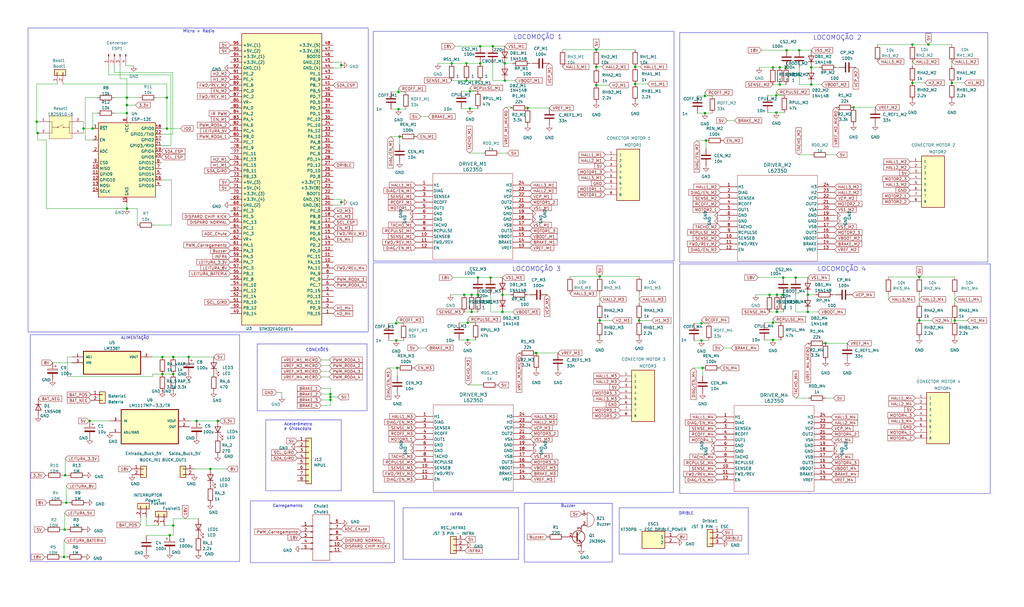
<source format=kicad_sch>
(kicad_sch (version 20230121) (generator eeschema)
  (paper "User" 454.99 270.002)
  (lib_symbols
    (symbol "1586037-8:1586037-8" (pin_names (offset 1.016))
      (property "Reference" "J" (at -5.58 12.7 0))
      (property "Value" "1586037-8" (at -5.08 -12.7 0))
      (symbol "1586037-8_0_0"
        (pin passive line (at -10.16 10.16 0) (length 5.08) (name "1") (number "1"))
        (pin passive line (at -10.16 7.62 0) (length 5.08) (name "2") (number "2"))
        (pin passive line (at -10.16 5.08 0) (length 5.08) (name "3") (number "3"))
        (pin passive line (at -10.16 2.54 0) (length 5.08) (name "4") (number "4"))
        (pin passive line (at -10.16 0 0) (length 5.08) (name "5") (number "5"))
        (pin passive line (at -10.16 -2.54 0) (length 5.08) (name "6") (number "6"))
        (pin passive line (at -10.16 -5.08 0) (length 5.08) (name "7") (number "7"))
        (pin passive line (at -10.16 -7.62 0) (length 5.08) (name "8") (number "8"))
      )
    )
    (symbol "2023-07-10_01-29-53:L6235D" (pin_names (offset 0.254))
      (property "Reference" "CR" (at 25.4 10.16 0))
      (property "Value" "L6235D" (at 25.4 7.62 0))
      (symbol "L6235D_0_1"
        (pin input line (at 0 0 0) (length 7.62) (name "H1") (number "1"))
        (pin power_in line (at 0 -22.86 0) (length 7.62) (name "SENSEB") (number "10"))
        (pin input line (at 0 -25.4 0) (length 7.62) (name "FWD/REV") (number "11"))
        (pin input line (at 0 -27.94 0) (length 7.62) (name "EN") (number "12"))
        (pin input line (at 50.8 -27.94 180) (length 7.62) (name "VREF") (number "13"))
        (pin input line (at 50.8 -25.4 180) (length 7.62) (name "BRAKE") (number "14"))
        (pin power_in line (at 50.8 -22.86 180) (length 7.62) (name "VBOOT") (number "15"))
        (pin output line (at 50.8 -20.32 180) (length 7.62) (name "OUT3") (number "16"))
        (pin power_in line (at 50.8 -17.78 180) (length 7.62) (name "VSB") (number "17"))
        (pin power_out line (at 50.8 -15.24 180) (length 7.62) (name "GND") (number "18"))
        (pin power_out line (at 50.8 -12.7 180) (length 7.62) (name "GND") (number "19"))
        (pin output line (at 0 -2.54 0) (length 7.62) (name "DIAG") (number "2"))
        (pin power_in line (at 50.8 -10.16 180) (length 7.62) (name "VSA") (number "20"))
        (pin output line (at 50.8 -7.62 180) (length 7.62) (name "OUT2") (number "21"))
        (pin power_in line (at 50.8 -5.08 180) (length 7.62) (name "VCP") (number "22"))
        (pin input line (at 50.8 -2.54 180) (length 7.62) (name "H2") (number "23"))
        (pin input line (at 50.8 0 180) (length 7.62) (name "H3") (number "24"))
        (pin power_in line (at 0 -5.08 0) (length 7.62) (name "SENSEA") (number "3"))
        (pin unspecified line (at 0 -7.62 0) (length 7.62) (name "RCOFF") (number "4"))
        (pin output line (at 0 -10.16 0) (length 7.62) (name "OUT1") (number "5"))
        (pin power_out line (at 0 -12.7 0) (length 7.62) (name "GND") (number "6"))
        (pin power_out line (at 0 -15.24 0) (length 7.62) (name "GND") (number "7"))
        (pin output line (at 0 -17.78 0) (length 7.62) (name "TACHO") (number "8"))
        (pin unspecified line (at 0 -20.32 0) (length 7.62) (name "RCPULSE") (number "9"))
      )
    )
    (symbol "Connector:Conn_01x04_Pin" (pin_names (offset 1.016) hide)
      (property "Reference" "J" (at 0 5.08 0))
      (property "Value" "Conn_01x04_Pin" (at 0 -7.62 0))
      (symbol "Conn_01x04_Pin_1_1"
        (pin passive line (at 5.08 2.54 180) (length 3.81) (name "Pin_1") (number "1"))
        (pin passive line (at 5.08 0 180) (length 3.81) (name "Pin_2") (number "2"))
        (pin passive line (at 5.08 -2.54 180) (length 3.81) (name "Pin_3") (number "3"))
        (pin passive line (at 5.08 -5.08 180) (length 3.81) (name "Pin_4") (number "4"))
      )
    )
    (symbol "Connector_Generic:Conn_01x02" (pin_names (offset 1.016) hide)
      (property "Reference" "J" (at 0 2.54 0))
      (property "Value" "Conn_01x02" (at 0 -5.08 0))
      (symbol "Conn_01x02_1_1"
        (pin passive line (at -5.08 0 0) (length 3.81) (name "Pin_1") (number "1"))
        (pin passive line (at -5.08 -2.54 0) (length 3.81) (name "Pin_2") (number "2"))
      )
    )
    (symbol "Connector_Generic:Conn_01x03" (pin_names (offset 1.016) hide)
      (property "Reference" "J" (at 0 5.08 0))
      (property "Value" "Conn_01x03" (at 0 -5.08 0))
      (symbol "Conn_01x03_1_1"
        (pin passive line (at -5.08 2.54 0) (length 3.81) (name "Pin_1") (number "1"))
        (pin passive line (at -5.08 0 0) (length 3.81) (name "Pin_2") (number "2"))
        (pin passive line (at -5.08 -2.54 0) (length 3.81) (name "Pin_3") (number "3"))
      )
    )
    (symbol "Connector_Generic:Conn_01x08" (pin_names (offset 1.016) hide)
      (property "Reference" "J" (at 0 10.16 0))
      (property "Value" "Conn_01x08" (at 0 -12.7 0))
      (symbol "Conn_01x08_1_1"
        (pin passive line (at -5.08 7.62 0) (length 3.81) (name "Pin_1") (number "1"))
        (pin passive line (at -5.08 5.08 0) (length 3.81) (name "Pin_2") (number "2"))
        (pin passive line (at -5.08 2.54 0) (length 3.81) (name "Pin_3") (number "3"))
        (pin passive line (at -5.08 0 0) (length 3.81) (name "Pin_4") (number "4"))
        (pin passive line (at -5.08 -2.54 0) (length 3.81) (name "Pin_5") (number "5"))
        (pin passive line (at -5.08 -5.08 0) (length 3.81) (name "Pin_6") (number "6"))
        (pin passive line (at -5.08 -7.62 0) (length 3.81) (name "Pin_7") (number "7"))
        (pin passive line (at -5.08 -10.16 0) (length 3.81) (name "Pin_8") (number "8"))
      )
    )
    (symbol "Device:Buzzer" (pin_names (offset 0.0254) hide)
      (property "Reference" "BZ" (at 3.81 1.27 0))
      (property "Value" "Buzzer" (at 3.81 -1.27 0))
      (symbol "Buzzer_1_1"
        (pin passive line (at -2.54 2.54 0) (length 2.54) (name "-") (number "1"))
        (pin passive line (at -2.54 -2.54 0) (length 2.54) (name "+") (number "2"))
      )
    )
    (symbol "Device:C" (pin_numbers hide) (pin_names (offset 0.254))
      (property "Reference" "C" (at 0.635 2.54 0))
      (property "Value" "C" (at 0.635 -2.54 0))
      (symbol "C_1_1"
        (pin passive line (at 0 3.81 270) (length 2.794) (name "~") (number "1"))
        (pin passive line (at 0 -3.81 90) (length 2.794) (name "~") (number "2"))
      )
    )
    (symbol "Device:C_Polarized" (pin_numbers hide) (pin_names (offset 0.254))
      (property "Reference" "C" (at 0.635 2.54 0))
      (property "Value" "C_Polarized" (at 0.635 -2.54 0))
      (symbol "C_Polarized_1_1"
        (pin passive line (at 0 3.81 270) (length 2.794) (name "~") (number "1"))
        (pin passive line (at 0 -3.81 90) (length 2.794) (name "~") (number "2"))
      )
    )
    (symbol "Device:LED" (pin_numbers hide) (pin_names (offset 1.016) hide)
      (property "Reference" "D" (at 0 2.54 0))
      (property "Value" "LED" (at 0 -2.54 0))
      (symbol "LED_1_1"
        (pin passive line (at -3.81 0 0) (length 2.54) (name "K") (number "1"))
        (pin passive line (at 3.81 0 180) (length 2.54) (name "A") (number "2"))
      )
    )
    (symbol "Device:R" (pin_numbers hide) (pin_names (offset 0))
      (property "Reference" "R" (at 2.032 0 90))
      (property "Value" "R" (at 0 0 90))
      (symbol "R_1_1"
        (pin passive line (at 0 3.81 270) (length 1.27) (name "~") (number "1"))
        (pin passive line (at 0 -3.81 90) (length 1.27) (name "~") (number "2"))
      )
    )
    (symbol "Diode:1N4148" (pin_numbers hide) (pin_names hide)
      (property "Reference" "D" (at 0 2.54 0))
      (property "Value" "1N4148" (at 0 -2.54 0))
      (symbol "1N4148_1_1"
        (pin passive line (at -3.81 0 0) (length 2.54) (name "K") (number "1"))
        (pin passive line (at 3.81 0 180) (length 2.54) (name "A") (number "2"))
      )
    )
    (symbol "Diode:1N5408" (pin_numbers hide) (pin_names hide)
      (property "Reference" "D" (at 0 2.54 0))
      (property "Value" "1N5408" (at 0 -2.54 0))
      (symbol "1N5408_1_1"
        (pin passive line (at -3.81 0 0) (length 2.54) (name "K") (number "1"))
        (pin passive line (at 3.81 0 180) (length 2.54) (name "A") (number "2"))
      )
    )
    (symbol "LM1117MP-3.3:LM1117MP-3.3" (pin_names (offset 1.016))
      (property "Reference" "U" (at -5.474 6.1105 0))
      (property "Value" "LM1117MP-3.3" (at -4.3824 -12.7648 0))
      (symbol "LM1117MP-3.3_0_0"
        (pin passive line (at -17.78 -5.08 0) (length 5.08) (name "ADJ/GND") (number "1"))
        (pin output line (at 17.78 -2.54 180) (length 5.08) (name "OUT") (number "2"))
        (pin input line (at -17.78 0 0) (length 5.08) (name "IN") (number "3"))
        (pin output line (at 17.78 0 180) (length 5.08) (name "VOUT") (number "4"))
      )
    )
    (symbol "LM338T:LM338T" (pin_names (offset 1.016))
      (property "Reference" "U" (at -12.7 6.08 0))
      (property "Value" "LM338T" (at -12.7 -9.08 0))
      (symbol "LM338T_0_0"
        (pin input line (at -17.78 2.54 0) (length 5.08) (name "ADJ") (number "1"))
        (pin output line (at 17.78 2.54 180) (length 5.08) (name "VOUT") (number "2"))
        (pin input line (at -17.78 0 0) (length 5.08) (name "VIN") (number "3"))
      )
    )
    (symbol "MCU_ST_STM32F4:STM32F401VETx"
      (property "Reference" "U2" (at 4.4959 -65.786 0))
      (property "Value" "STM32F401VETx" (at 4.4959 -68.326 0))
      (symbol "STM32F401VETx_1_1"
        (pin bidirectional line (at 22.86 -58.42 180) (length 5.08) (name "PB_15") (number "1"))
        (pin bidirectional line (at 22.86 -35.56 180) (length 5.08) (name "PA_15") (number "10"))
        (pin bidirectional line (at 22.86 -33.02 180) (length 5.08) (name "PC_11") (number "11"))
        (pin bidirectional line (at 22.86 -30.48 180) (length 5.08) (name "PD_0") (number "12"))
        (pin bidirectional line (at 22.86 -27.94 180) (length 5.08) (name "PD_2") (number "13"))
        (pin bidirectional line (at 22.86 -25.4 180) (length 5.08) (name "PD_4") (number "14"))
        (pin bidirectional line (at 22.86 -22.86 180) (length 5.08) (name "PD_6") (number "15"))
        (pin bidirectional line (at 22.86 -20.32 180) (length 5.08) (name "PB_3") (number "16"))
        (pin bidirectional line (at 22.86 -17.78 180) (length 5.08) (name "PB_6") (number "17"))
        (pin bidirectional line (at 22.86 -15.24 180) (length 5.08) (name "PB_8") (number "18"))
        (pin bidirectional line (at 22.86 -12.7 180) (length 5.08) (name "PE_0") (number "19"))
        (pin bidirectional line (at 22.86 -55.88 180) (length 5.08) (name "PD_9") (number "2"))
        (pin power_in line (at 22.86 -10.16 180) (length 5.08) (name "GND_(6)") (number "20"))
        (pin power_in line (at 22.86 -7.62 180) (length 5.08) (name "GND_(5)") (number "21"))
        (pin bidirectional line (at 22.86 -5.08 180) (length 5.08) (name "BOOT1") (number "22"))
        (pin power_in line (at 22.86 -2.54 180) (length 5.08) (name "+3.3V(8)") (number "23"))
        (pin power_in line (at 22.86 0 180) (length 5.08) (name "+3.3V(7)") (number "24"))
        (pin bidirectional line (at 22.86 2.54 180) (length 5.08) (name "PD_8") (number "25"))
        (pin bidirectional line (at 22.86 5.08 180) (length 5.08) (name "PD_10") (number "26"))
        (pin bidirectional line (at 22.86 7.62 180) (length 5.08) (name "PD_12") (number "27"))
        (pin bidirectional line (at 22.86 10.16 180) (length 5.08) (name "PD_14") (number "28"))
        (pin bidirectional line (at 22.86 12.7 180) (length 5.08) (name "PC_6") (number "29"))
        (pin bidirectional line (at 22.86 -53.34 180) (length 5.08) (name "PD_11") (number "3"))
        (pin bidirectional line (at 22.86 15.24 180) (length 5.08) (name "PC_8") (number "30"))
        (pin bidirectional line (at 22.86 17.78 180) (length 5.08) (name "PA_8") (number "31"))
        (pin bidirectional line (at 22.86 20.32 180) (length 5.08) (name "PA_10") (number "32"))
        (pin bidirectional line (at 22.86 22.86 180) (length 5.08) (name "PA_12") (number "33"))
        (pin bidirectional line (at 22.86 25.4 180) (length 5.08) (name "PC_10") (number "34"))
        (pin bidirectional line (at 22.86 27.94 180) (length 5.08) (name "PC_12") (number "35"))
        (pin bidirectional line (at 22.86 30.48 180) (length 5.08) (name "PD_1") (number "36"))
        (pin bidirectional line (at 22.86 33.02 180) (length 5.08) (name "PD_3") (number "37"))
        (pin bidirectional line (at 22.86 35.56 180) (length 5.08) (name "PD_5") (number "38"))
        (pin bidirectional line (at 22.86 38.1 180) (length 5.08) (name "PD_7") (number "39"))
        (pin bidirectional line (at 22.86 -50.8 180) (length 5.08) (name "PD_13") (number "4"))
        (pin bidirectional line (at 22.86 40.64 180) (length 5.08) (name "PB_5") (number "40"))
        (pin bidirectional line (at 22.86 43.18 180) (length 5.08) (name "PB_7") (number "41"))
        (pin bidirectional line (at 22.86 45.72 180) (length 5.08) (name "PB_9") (number "42"))
        (pin bidirectional line (at 22.86 48.26 180) (length 5.08) (name "PE_1") (number "43"))
        (pin power_in line (at 22.86 50.8 180) (length 5.08) (name "GND_(4)") (number "44"))
        (pin power_in line (at 22.86 53.34 180) (length 5.08) (name "GND_(3)") (number "45"))
        (pin bidirectional line (at 22.86 55.88 180) (length 5.08) (name "BOOT0") (number "46"))
        (pin power_in line (at 22.86 58.42 180) (length 5.08) (name "+3.3V_(6)") (number "47"))
        (pin power_in line (at 22.86 60.96 180) (length 5.08) (name "+3.3V_(5)") (number "48"))
        (pin bidirectional line (at -22.86 -58.42 0) (length 5.08) (name "PB_14") (number "49"))
        (pin bidirectional line (at 22.86 -48.26 180) (length 5.08) (name "PD_15") (number "5"))
        (pin bidirectional line (at -22.86 -55.88 0) (length 5.08) (name "PB_12") (number "50"))
        (pin bidirectional line (at -22.86 -53.34 0) (length 5.08) (name "PB_10") (number "51"))
        (pin bidirectional line (at -22.86 -50.8 0) (length 5.08) (name "PE_14") (number "52"))
        (pin bidirectional line (at -22.86 -48.26 0) (length 5.08) (name "PE_12") (number "53"))
        (pin bidirectional line (at -22.86 -45.72 0) (length 5.08) (name "PE_10") (number "54"))
        (pin bidirectional line (at -22.86 -43.18 0) (length 5.08) (name "PE_8") (number "55"))
        (pin bidirectional line (at -22.86 -40.64 0) (length 5.08) (name "PB_1") (number "56"))
        (pin bidirectional line (at -22.86 -38.1 0) (length 5.08) (name "PC_5") (number "57"))
        (pin bidirectional line (at -22.86 -35.56 0) (length 5.08) (name "PA_7") (number "58"))
        (pin bidirectional line (at -22.86 -33.02 0) (length 5.08) (name "PA_5") (number "59"))
        (pin bidirectional line (at 22.86 -45.72 180) (length 5.08) (name "PC_7") (number "6"))
        (pin bidirectional line (at -22.86 -30.48 0) (length 5.08) (name "PA_3") (number "60"))
        (pin bidirectional line (at -22.86 -27.94 0) (length 5.08) (name "PA_1") (number "61"))
        (pin power_in line (at -22.86 -25.4 0) (length 5.08) (name "VR+") (number "62"))
        (pin bidirectional line (at -22.86 -22.86 0) (length 5.08) (name "PC_3") (number "63"))
        (pin bidirectional line (at -22.86 -20.32 0) (length 5.08) (name "PC_1") (number "64"))
        (pin bidirectional line (at -22.86 -17.78 0) (length 5.08) (name "PC_13") (number "65"))
        (pin bidirectional line (at -22.86 -15.24 0) (length 5.08) (name "PE_5") (number "66"))
        (pin bidirectional line (at -22.86 -12.7 0) (length 5.08) (name "PE_3") (number "67"))
        (pin power_in line (at -22.86 -10.16 0) (length 5.08) (name "GND_(2)") (number "68"))
        (pin power_in line (at -22.86 -7.62 0) (length 5.08) (name "+3.3V_(4)") (number "69"))
        (pin bidirectional line (at 22.86 -43.18 180) (length 5.08) (name "PC_9") (number "7"))
        (pin power_in line (at -22.86 -5.08 0) (length 5.08) (name "+3.3V_(3)") (number "70"))
        (pin power_in line (at -22.86 -2.54 0) (length 5.08) (name "+5V_(4)") (number "71"))
        (pin power_in line (at -22.86 0 0) (length 5.08) (name "+5V_(3)") (number "72"))
        (pin bidirectional line (at -22.86 2.54 0) (length 5.08) (name "PB_13") (number "73"))
        (pin bidirectional line (at -22.86 5.08 0) (length 5.08) (name "PB_11") (number "74"))
        (pin bidirectional line (at -22.86 7.62 0) (length 5.08) (name "PE_15") (number "75"))
        (pin bidirectional line (at -22.86 10.16 0) (length 5.08) (name "PE_13") (number "76"))
        (pin bidirectional line (at -22.86 12.7 0) (length 5.08) (name "PE_11") (number "77"))
        (pin bidirectional line (at -22.86 15.24 0) (length 5.08) (name "PE_9") (number "78"))
        (pin bidirectional line (at -22.86 17.78 0) (length 5.08) (name "PE_7") (number "79"))
        (pin bidirectional line (at 22.86 -40.64 180) (length 5.08) (name "PA_9") (number "8"))
        (pin bidirectional line (at -22.86 20.32 0) (length 5.08) (name "PB_0") (number "80"))
        (pin bidirectional line (at -22.86 22.86 0) (length 5.08) (name "PC_4") (number "81"))
        (pin bidirectional line (at -22.86 25.4 0) (length 5.08) (name "PA_6") (number "82"))
        (pin bidirectional line (at -22.86 27.94 0) (length 5.08) (name "PA_4") (number "83"))
        (pin bidirectional line (at -22.86 30.48 0) (length 5.08) (name "PA_2") (number "84"))
        (pin bidirectional line (at -22.86 33.02 0) (length 5.08) (name "PA_0") (number "85"))
        (pin power_in line (at -22.86 35.56 0) (length 5.08) (name "VR-") (number "86"))
        (pin bidirectional line (at -22.86 38.1 0) (length 5.08) (name "PC_2") (number "87"))
        (pin bidirectional line (at -22.86 40.64 0) (length 5.08) (name "PC_0") (number "88"))
        (pin bidirectional line (at -22.86 43.18 0) (length 5.08) (name "PE_6") (number "89"))
        (pin bidirectional line (at 22.86 -38.1 180) (length 5.08) (name "PA_11") (number "9"))
        (pin bidirectional line (at -22.86 45.72 0) (length 5.08) (name "PE_4") (number "90"))
        (pin bidirectional line (at -22.86 48.26 0) (length 5.08) (name "PE_2") (number "91"))
        (pin power_in line (at -22.86 50.8 0) (length 5.08) (name "GND_(1)") (number "92"))
        (pin power_in line (at -22.86 53.34 0) (length 5.08) (name "+3.3V_(2)") (number "93"))
        (pin power_in line (at -22.86 55.88 0) (length 5.08) (name "+3.3V_(1)") (number "94"))
        (pin power_in line (at -22.86 58.42 0) (length 5.08) (name "+5V_(2)") (number "95"))
        (pin power_in line (at -22.86 60.96 0) (length 5.08) (name "+5V_(1)") (number "96"))
      )
    )
    (symbol "Maraca:1825910-6" (pin_names (offset 1.016))
      (property "Reference" "SW" (at -5.0897 5.8532 0))
      (property "Value" "1825910-6" (at -5.0883 -7.6325 0))
      (symbol "1825910-6_0_0"
        (pin passive line (at -10.16 2.54 0) (length 5.08) (name "~") (number "1"))
        (pin passive line (at -10.16 -2.54 0) (length 5.08) (name "~") (number "2"))
        (pin passive line (at 10.16 2.54 180) (length 5.08) (name "~") (number "3"))
        (pin passive line (at 10.16 -2.54 180) (length 5.08) (name "~") (number "4"))
      )
    )
    (symbol "Maraca:Conn_02x11_Pin_Maraca" (pin_names (offset 1.016) hide)
      (property "Reference" "J" (at -29.21 16.51 0))
      (property "Value" "Conn_02x11_Pin_Maraca" (at -29.21 -7.62 0))
      (symbol "Conn_02x11_Pin_Maraca_1_1"
        (pin passive line (at -20.32 10.16 180) (length 3.81) (name "Pin_1") (number "1"))
        (pin passive line (at -38.1 1.27 0) (length 3.81) (name "Pin_10") (number "10"))
        (pin passive line (at -38.1 -1.27 0) (length 3.81) (name "Pin_11") (number "11"))
        (pin passive line (at -20.32 7.62 180) (length 3.81) (name "Pin_2") (number "2"))
        (pin passive line (at -20.32 5.08 180) (length 3.81) (name "Pin_3") (number "3"))
        (pin passive line (at -20.32 2.54 180) (length 3.81) (name "Pin_4") (number "4"))
        (pin passive line (at -20.32 0 180) (length 3.81) (name "Pin_5") (number "5"))
        (pin passive line (at -38.1 11.43 0) (length 3.81) (name "Pin_6") (number "6"))
        (pin passive line (at -38.1 8.89 0) (length 3.81) (name "Pin_7") (number "7"))
        (pin passive line (at -38.1 6.35 0) (length 3.81) (name "Pin_8") (number "8"))
        (pin passive line (at -38.1 3.81 0) (length 3.81) (name "Pin_9") (number "9"))
      )
    )
    (symbol "RF_Module:ESP-12E"
      (property "Reference" "U" (at -12.7 19.05 0))
      (property "Value" "ESP-12E" (at 12.7 19.05 0))
      (symbol "ESP-12E_1_1"
        (pin input line (at -15.24 15.24 0) (length 2.54) (name "~{RST}") (number "1"))
        (pin bidirectional line (at -15.24 -2.54 0) (length 2.54) (name "MISO") (number "10"))
        (pin bidirectional line (at -15.24 -5.08 0) (length 2.54) (name "GPIO9") (number "11"))
        (pin bidirectional line (at -15.24 -7.62 0) (length 2.54) (name "GPIO10") (number "12"))
        (pin bidirectional line (at -15.24 -10.16 0) (length 2.54) (name "MOSI") (number "13"))
        (pin bidirectional line (at -15.24 -12.7 0) (length 2.54) (name "SCLK") (number "14"))
        (pin power_in line (at 0 -17.78 90) (length 2.54) (name "GND") (number "15"))
        (pin bidirectional line (at 15.24 -7.62 180) (length 2.54) (name "GPIO15") (number "16"))
        (pin bidirectional line (at 15.24 10.16 180) (length 2.54) (name "GPIO2") (number "17"))
        (pin bidirectional line (at 15.24 15.24 180) (length 2.54) (name "GPIO0") (number "18"))
        (pin bidirectional line (at 15.24 5.08 180) (length 2.54) (name "GPIO4") (number "19"))
        (pin input line (at -15.24 5.08 0) (length 2.54) (name "ADC") (number "2"))
        (pin bidirectional line (at 15.24 2.54 180) (length 2.54) (name "GPIO5") (number "20"))
        (pin bidirectional line (at 15.24 7.62 180) (length 2.54) (name "GPIO3/RXD") (number "21"))
        (pin bidirectional line (at 15.24 12.7 180) (length 2.54) (name "GPIO1/TXD") (number "22"))
        (pin input line (at -15.24 10.16 0) (length 2.54) (name "EN") (number "3"))
        (pin bidirectional line (at 15.24 -10.16 180) (length 2.54) (name "GPIO16") (number "4"))
        (pin bidirectional line (at 15.24 -5.08 180) (length 2.54) (name "GPIO14") (number "5"))
        (pin bidirectional line (at 15.24 0 180) (length 2.54) (name "GPIO12") (number "6"))
        (pin bidirectional line (at 15.24 -2.54 180) (length 2.54) (name "GPIO13") (number "7"))
        (pin power_in line (at 0 20.32 270) (length 2.54) (name "VCC") (number "8"))
        (pin input line (at -15.24 0 0) (length 2.54) (name "CS0") (number "9"))
      )
    )
    (symbol "Transistor_BJT:2N3904" (pin_names (offset 0) hide)
      (property "Reference" "Q" (at 5.08 1.905 0))
      (property "Value" "2N3904" (at 5.08 0 0))
      (symbol "2N3904_1_1"
        (pin passive line (at 2.54 -5.08 90) (length 2.54) (name "E") (number "1"))
        (pin passive line (at -5.08 0 0) (length 5.715) (name "B") (number "2"))
        (pin passive line (at 2.54 5.08 270) (length 2.54) (name "C") (number "3"))
      )
    )
    (symbol "XT30PB:XT30PB"
      (property "Reference" "J" (at 16.51 7.62 0))
      (property "Value" "XT30PB" (at 16.51 5.08 0))
      (symbol "XT30PB_1_1"
        (pin passive line (at 0 0 0) (length 5.08) (name "1") (number "1"))
        (pin passive line (at 0 -2.54 0) (length 5.08) (name "2") (number "2"))
      )
    )
    (symbol "power:GND" (power) (pin_names (offset 0))
      (property "Value" "GND" (at 0 -3.81 0))
      (symbol "GND_1_1"
        (pin power_in line (at 0 0 270) (length 0) hide (name "GND") (number "1"))
      )
    )
  )
  (junction (at 213.36 20.574))
  (junction (at 213.36 28.194))
  (junction (at 360.426 29.972))
  (junction (at 343.408 29.972))
  (junction (at 408.432 142.494))
  (junction (at 379.222 47.752))
  (junction (at 16.256 54.102))
  (junction (at 349.504 22.352))
  (junction (at 358.902 131.064))
  (junction (at 282.194 37.338))
  (junction (at 366.776 152.654))
  (junction (at 208.788 48.26))
  (junction (at 76.962 233.68))
  (junction (at 56.388 46.736))
  (junction (at 343.408 143.51))
  (junction (at 408.432 123.19))
  (junction (at 151.638 28.956))
  (junction (at 353.568 123.444))
  (junction (at 346.456 37.592))
  (junction (at 313.182 42.672))
  (junction (at 283.972 142.494))
  (junction (at 96.774 187.198))
  (junction (at 405.384 36.83))
  (junction (at 72.136 158.75))
  (junction (at 75.438 237.998))
  (junction (at 349.25 29.972))
  (junction (at 146.812 177.8))
  (junction (at 209.55 138.684))
  (junction (at 424.18 142.494))
  (junction (at 41.148 57.15))
  (junction (at 266.446 122.936))
  (junction (at 313.69 62.484))
  (junction (at 176.022 151.384))
  (junction (at 311.658 151.384))
  (junction (at 207.264 28.194))
  (junction (at 346.456 29.972))
  (junction (at 224.282 35.814))
  (junction (at 212.344 123.444))
  (junction (at 28.448 247.65))
  (junction (at 313.182 50.292))
  (junction (at 412.496 19.812))
  (junction (at 347.98 131.064))
  (junction (at 76.962 158.75))
  (junction (at 177.038 48.514))
  (junction (at 207.264 35.814))
  (junction (at 146.812 176.53))
  (junction (at 209.55 131.064))
  (junction (at 37.084 57.15))
  (junction (at 266.446 142.494))
  (junction (at 206.248 131.064))
  (junction (at 146.812 175.26))
  (junction (at 312.166 163.576))
  (junction (at 355.092 22.352))
  (junction (at 358.902 138.684))
  (junction (at 224.282 28.194))
  (junction (at 341.884 131.064))
  (junction (at 208.788 40.64))
  (junction (at 56.388 43.434))
  (junction (at 56.388 50.292))
  (junction (at 345.186 131.064))
  (junction (at 74.168 57.15))
  (junction (at 72.136 166.37))
  (junction (at 83.82 158.75))
  (junction (at 223.266 138.684))
  (junction (at 234.442 48.006))
  (junction (at 344.932 50.038))
  (junction (at 311.658 143.764))
  (junction (at 405.384 19.812))
  (junction (at 223.266 131.064))
  (junction (at 347.98 123.444))
  (junction (at 360.426 37.592))
  (junction (at 177.038 40.894))
  (junction (at 176.022 143.764))
  (junction (at 345.186 138.684))
  (junction (at 282.194 29.718))
  (junction (at 28.702 235.458))
  (junction (at 177.546 60.706))
  (junction (at 343.408 151.13))
  (junction (at 74.168 43.434))
  (junction (at 264.922 22.098))
  (junction (at 29.464 223.52))
  (junction (at 264.922 37.846))
  (junction (at 212.344 131.064))
  (junction (at 207.772 151.13))
  (junction (at 344.932 42.418))
  (junction (at 28.956 211.328))
  (junction (at 207.772 143.51))
  (junction (at 200.66 28.194))
  (junction (at 238.252 156.972))
  (junction (at 217.932 123.444))
  (junction (at 39.878 187.198))
  (junction (at 422.91 36.83))
  (junction (at 176.53 163.576))
  (junction (at 16.764 59.182))
  (junction (at 93.472 208.534))
  (junction (at 76.962 166.37))
  (junction (at 87.376 187.198))
  (junction (at 56.388 92.71))
  (junction (at 264.922 29.718))
  (junction (at 218.948 20.574))
  (junction (at 151.638 89.916))
  (wire (pts (xy 371.602 47.752) (xy 371.348 47.752)))
  (wire (pts (xy 27.686 235.458) (xy 28.702 235.458)))
  (wire (pts (xy 225.552 68.072) (xy 221.996 68.072)))
  (wire (pts (xy 212.344 48.26) (xy 208.788 48.26)))
  (wire (pts (xy 376.428 152.654) (xy 366.776 152.654)))
  (wire (pts (xy 223.266 131.064) (xy 226.822 131.064)))
  (wire (pts (xy 213.36 20.574) (xy 218.948 20.574)))
  (wire (pts (xy 349.504 22.352) (xy 355.092 22.352)))
  (wire (pts (xy 358.902 131.064) (xy 362.458 131.064)))
  (wire (pts (xy 180.34 40.894) (xy 177.038 40.894)))
  (wire (pts (xy 37.846 62.23) (xy 41.148 62.23)))
  (wire (pts (xy 65.024 233.68) (xy 70.358 233.68)))
  (wire (pts (xy 316.484 42.672) (xy 313.182 42.672)))
  (wire (pts (xy 56.388 50.292) (xy 56.388 46.736)))
  (wire (pts (xy 370.332 177.038) (xy 366.776 177.038)))
  (wire (pts (xy 32.004 161.29) (xy 23.368 161.29)))
  (wire (pts (xy 146.304 165.1) (xy 142.748 165.1)))
  (wire (pts (xy 266.446 130.556) (xy 266.446 134.874)))
  (wire (pts (xy 172.466 163.576) (xy 176.53 163.576)))
  (wire (pts (xy 74.168 43.434) (xy 69.596 43.434)))
  (wire (pts (xy 345.186 131.064) (xy 347.98 131.064)))
  (wire (pts (xy 177.546 64.262) (xy 177.546 60.706)))
  (wire (pts (xy 208.534 68.072) (xy 214.376 68.072)))
  (wire (pts (xy 422.91 19.812) (xy 412.496 19.812)))
  (wire (pts (xy 151.638 88.646) (xy 148.082 88.646)))
  (wire (pts (xy 146.812 175.26) (xy 146.812 176.53)))
  (wire (pts (xy 179.324 143.764) (xy 176.022 143.764)))
  (wire (pts (xy 37.084 57.15) (xy 37.084 59.182)))
  (wire (pts (xy 314.96 143.764) (xy 311.658 143.764)))
  (wire (pts (xy 266.446 122.936) (xy 253.238 122.936)))
  (wire (pts (xy 75.438 237.998) (xy 76.962 237.998)))
  (wire (pts (xy 202.184 20.574) (xy 213.36 20.574)))
  (wire (pts (xy 29.972 167.386) (xy 67.818 167.386)))
  (wire (pts (xy 344.932 40.894) (xy 344.932 42.418)))
  (wire (pts (xy 323.088 53.594) (xy 326.39 53.594)))
  (wire (pts (xy 388.874 47.752) (xy 379.222 47.752)))
  (wire (pts (xy 213.36 35.814) (xy 207.264 35.814)))
  (wire (pts (xy 151.638 28.956) (xy 151.638 27.686)))
  (wire (pts (xy 177.038 40.894) (xy 173.736 40.894)))
  (wire (pts (xy 344.932 50.038) (xy 341.122 50.038)))
  (wire (pts (xy 76.2 80.01) (xy 76.2 100.076)))
  (wire (pts (xy 309.626 62.484) (xy 313.69 62.484)))
  (wire (pts (xy 56.388 92.71) (xy 20.574 92.71)))
  (wire (pts (xy 20.574 92.71) (xy 20.574 62.23)))
  (wire (pts (xy 227.33 47.625) (xy 227.33 48.006)))
  (wire (pts (xy 208.026 171.196) (xy 213.614 171.196)))
  (wire (pts (xy 347.98 138.684) (xy 345.186 138.684)))
  (wire (pts (xy 16.764 59.182) (xy 16.764 62.23)))
  (wire (pts (xy 314.96 151.384) (xy 311.658 151.384)))
  (wire (pts (xy 218.948 20.574) (xy 224.282 20.574)))
  (wire (pts (xy 206.248 138.684) (xy 209.55 138.684)))
  (wire (pts (xy 228.854 35.814) (xy 224.282 35.814)))
  (wire (pts (xy 29.464 216.154) (xy 29.464 223.52)))
  (wire (pts (xy 28.702 235.458) (xy 29.972 235.458)))
  (wire (pts (xy 208.788 39.116) (xy 208.788 40.64)))
  (wire (pts (xy 353.568 177.038) (xy 359.156 177.038)))
  (wire (pts (xy 224.282 28.194) (xy 227.838 28.194)))
  (wire (pts (xy 27.432 247.65) (xy 28.448 247.65)))
  (wire (pts (xy 346.964 151.13) (xy 343.408 151.13)))
  (wire (pts (xy 37.846 43.434) (xy 37.846 62.23)))
  (wire (pts (xy 176.022 151.384) (xy 172.72 151.384)))
  (wire (pts (xy 173.482 60.706) (xy 177.546 60.706)))
  (wire (pts (xy 48.26 29.21) (xy 48.26 33.274)))
  (wire (pts (xy 371.602 29.972) (xy 372.618 29.972)))
  (wire (pts (xy 28.448 223.52) (xy 29.464 223.52)))
  (wire (pts (xy 346.964 143.51) (xy 343.408 143.51)))
  (wire (pts (xy 65.024 238.252) (xy 65.024 237.998)))
  (wire (pts (xy 414.02 142.494) (xy 408.432 142.494)))
  (wire (pts (xy 207.772 143.51) (xy 203.962 143.51)))
  (wire (pts (xy 72.136 166.37) (xy 76.962 166.37)))
  (wire (pts (xy 311.658 142.24) (xy 311.658 143.764)))
  (wire (pts (xy 56.388 92.71) (xy 60.96 92.71)))
  (wire (pts (xy 212.344 123.444) (xy 217.932 123.444)))
  (wire (pts (xy 341.884 131.064) (xy 345.186 131.064)))
  (wire (pts (xy 341.884 131.064) (xy 335.788 131.064)))
  (wire (pts (xy 363.474 138.684) (xy 358.902 138.684)))
  (wire (pts (xy 56.388 43.434) (xy 56.388 35.052)))
  (wire (pts (xy 208.788 40.64) (xy 204.978 40.64)))
  (wire (pts (xy 32.004 158.75) (xy 29.972 158.75)))
  (wire (pts (xy 282.194 22.098) (xy 264.922 22.098)))
  (wire (pts (xy 48.26 33.274) (xy 75.946 33.274)))
  (wire (pts (xy 358.902 138.684) (xy 353.568 138.684)))
  (wire (pts (xy 346.456 37.592) (xy 349.25 37.592)))
  (wire (pts (xy 345.186 138.684) (xy 341.884 138.684)))
  (wire (pts (xy 148.082 30.226) (xy 151.638 30.226)))
  (wire (pts (xy 87.376 187.198) (xy 96.774 187.198)))
  (wire (pts (xy 244.094 48.006) (xy 234.442 48.006)))
  (wire (pts (xy 148.082 91.186) (xy 151.638 91.186)))
  (wire (pts (xy 227.838 138.684) (xy 223.266 138.684)))
  (wire (pts (xy 16.256 59.182) (xy 16.764 59.182)))
  (wire (pts (xy 209.55 131.064) (xy 212.344 131.064)))
  (wire (pts (xy 224.282 35.814) (xy 218.948 35.814)))
  (wire (pts (xy 56.388 43.434) (xy 50.8 43.434)))
  (wire (pts (xy 71.628 59.69) (xy 76.708 59.69)))
  (wire (pts (xy 336.804 123.444) (xy 347.98 123.444)))
  (wire (pts (xy 234.442 131.064) (xy 235.458 131.064)))
  (wire (pts (xy 146.812 180.34) (xy 142.748 180.34)))
  (wire (pts (xy 56.388 50.292) (xy 50.8 50.292)))
  (wire (pts (xy 176.022 143.764) (xy 172.72 143.764)))
  (wire (pts (xy 100.838 208.534) (xy 93.472 208.534)))
  (wire (pts (xy 39.878 187.198) (xy 48.768 187.198)))
  (wire (pts (xy 346.456 29.972) (xy 349.25 29.972)))
  (wire (pts (xy 311.658 143.764) (xy 308.356 143.764)))
  (wire (pts (xy 146.304 162.56) (xy 142.748 162.56)))
  (wire (pts (xy 59.436 29.21) (xy 55.88 29.21)))
  (wire (pts (xy 74.168 37.338) (xy 74.168 43.434)))
  (wire (pts (xy 270.51 37.846) (xy 264.922 37.846)))
  (wire (pts (xy 186.944 51.816) (xy 190.246 51.816)))
  (wire (pts (xy 39.624 187.198) (xy 39.878 187.198)))
  (wire (pts (xy 264.922 29.718) (xy 264.922 30.226)))
  (wire (pts (xy 353.568 138.684) (xy 353.568 131.064)))
  (wire (pts (xy 284.48 29.718) (xy 282.194 29.718)))
  (wire (pts (xy 16.764 62.23) (xy 20.574 62.23)))
  (wire (pts (xy 177.038 48.514) (xy 173.736 48.514)))
  (wire (pts (xy 72.898 233.68) (xy 76.962 233.68)))
  (wire (pts (xy 25.4 37.338) (xy 16.256 37.338)))
  (wire (pts (xy 28.448 240.284) (xy 28.448 247.65)))
  (wire (pts (xy 428.498 36.83) (xy 422.91 36.83)))
  (wire (pts (xy 370.078 131.064) (xy 371.094 131.064)))
  (wire (pts (xy 67.564 158.75) (xy 72.136 158.75)))
  (wire (pts (xy 206.248 131.064) (xy 200.152 131.064)))
  (wire (pts (xy 146.812 177.8) (xy 146.812 180.34)))
  (wire (pts (xy 201.168 123.444) (xy 212.344 123.444)))
  (wire (pts (xy 151.638 91.186) (xy 151.638 89.916)))
  (wire (pts (xy 56.388 43.434) (xy 61.976 43.434)))
  (wire (pts (xy 200.66 28.194) (xy 207.264 28.194)))
  (wire (pts (xy 313.182 41.148) (xy 313.182 42.672)))
  (wire (pts (xy 56.388 52.07) (xy 56.388 50.292)))
  (wire (pts (xy 364.998 37.592) (xy 360.426 37.592)))
  (wire (pts (xy 207.264 28.194) (xy 213.36 28.194)))
  (wire (pts (xy 211.328 151.13) (xy 207.772 151.13)))
  (wire (pts (xy 142.748 167.64) (xy 146.304 167.64)))
  (wire (pts (xy 146.812 176.53) (xy 146.812 177.8)))
  (wire (pts (xy 343.408 29.972) (xy 337.312 29.972)))
  (wire (pts (xy 29.972 158.75) (xy 29.972 167.386)))
  (wire (pts (xy 75.946 64.77) (xy 71.628 64.77)))
  (wire (pts (xy 208.788 48.26) (xy 204.978 48.26)))
  (wire (pts (xy 355.092 37.592) (xy 355.092 29.972)))
  (wire (pts (xy 28.448 247.65) (xy 29.718 247.65)))
  (wire (pts (xy 200.66 35.814) (xy 207.264 35.814)))
  (wire (pts (xy 74.168 57.15) (xy 74.168 43.434)))
  (wire (pts (xy 359.156 152.654) (xy 358.902 152.654)))
  (wire (pts (xy 177.038 39.37) (xy 177.038 40.894)))
  (wire (pts (xy 28.956 203.962) (xy 28.956 211.328)))
  (wire (pts (xy 343.408 143.51) (xy 339.598 143.51)))
  (wire (pts (xy 223.266 138.684) (xy 217.932 138.684)))
  (wire (pts (xy 200.66 28.194) (xy 194.564 28.194)))
  (wire (pts (xy 151.638 27.686) (xy 148.082 27.686)))
  (wire (pts (xy 28.956 211.328) (xy 30.226 211.328)))
  (wire (pts (xy 146.812 176.53) (xy 150.114 176.53)))
  (wire (pts (xy 312.166 167.132) (xy 312.166 163.576)))
  (wire (pts (xy 412.496 19.812) (xy 412.496 19.558)))
  (wire (pts (xy 151.638 89.916) (xy 151.638 88.646)))
  (wire (pts (xy 349.25 29.972) (xy 349.504 29.972)))
  (wire (pts (xy 311.658 151.384) (xy 308.356 151.384)))
  (wire (pts (xy 344.932 42.418) (xy 341.122 42.418)))
  (wire (pts (xy 76.708 59.69) (xy 76.708 32.258)))
  (wire (pts (xy 16.256 54.102) (xy 16.256 59.182)))
  (wire (pts (xy 235.458 28.194) (xy 236.474 28.194)))
  (wire (pts (xy 283.972 122.936) (xy 266.446 122.936)))
  (wire (pts (xy 62.484 230.124) (xy 62.484 233.426)))
  (wire (pts (xy 93.472 208.534) (xy 86.36 208.534)))
  (wire (pts (xy 338.328 22.352) (xy 349.504 22.352)))
  (wire (pts (xy 308.102 163.576) (xy 312.166 163.576)))
  (wire (pts (xy 43.18 50.292) (xy 41.148 50.292)))
  (wire (pts (xy 56.388 92.71) (xy 56.388 90.17)))
  (wire (pts (xy 50.8 32.258) (xy 50.8 29.21)))
  (wire (pts (xy 56.388 46.736) (xy 56.388 43.434)))
  (wire (pts (xy 75.946 33.274) (xy 75.946 64.77)))
  (wire (pts (xy 142.748 160.02) (xy 146.304 160.02)))
  (wire (pts (xy 80.264 57.15) (xy 74.168 57.15)))
  (wire (pts (xy 71.628 57.15) (xy 74.168 57.15)))
  (wire (pts (xy 316.484 50.292) (xy 313.182 50.292)))
  (wire (pts (xy 321.564 154.686) (xy 324.866 154.686)))
  (wire (pts (xy 348.488 42.418) (xy 344.932 42.418)))
  (wire (pts (xy 41.148 57.15) (xy 41.148 50.292)))
  (wire (pts (xy 142.748 175.26) (xy 146.812 175.26)))
  (wire (pts (xy 76.2 100.076) (xy 68.58 100.076)))
  (wire (pts (xy 424.18 130.81) (xy 424.18 134.874)))
  (wire (pts (xy 76.708 32.258) (xy 50.8 32.258)))
  (wire (pts (xy 422.91 27.432) (xy 422.91 29.21)))
  (wire (pts (xy 67.818 167.386) (xy 67.818 166.37)))
  (wire (pts (xy 146.812 172.72) (xy 146.812 175.26)))
  (wire (pts (xy 27.94 211.328) (xy 28.956 211.328)))
  (wire (pts (xy 424.18 123.19) (xy 408.432 123.19)))
  (wire (pts (xy 176.022 142.24) (xy 176.022 143.764)))
  (wire (pts (xy 313.182 42.672) (xy 309.88 42.672)))
  (wire (pts (xy 405.384 27.432) (xy 405.384 29.21)))
  (wire (pts (xy 217.932 123.444) (xy 223.266 123.444)))
  (wire (pts (xy 206.248 131.064) (xy 209.55 131.064)))
  (wire (pts (xy 360.426 29.972) (xy 363.982 29.972)))
  (wire (pts (xy 72.136 158.75) (xy 76.962 158.75)))
  (wire (pts (xy 408.432 130.81) (xy 408.432 134.874)))
  (wire (pts (xy 249.936 22.098) (xy 264.922 22.098)))
  (wire (pts (xy 227.33 48.006) (xy 226.822 48.006)))
  (wire (pts (xy 313.69 66.04) (xy 313.69 62.484)))
  (wire (pts (xy 97.536 187.198) (xy 96.774 187.198)))
  (wire (pts (xy 29.464 223.52) (xy 30.734 223.52)))
  (wire (pts (xy 43.18 43.434) (xy 37.846 43.434)))
  (wire (pts (xy 410.972 36.83) (xy 405.384 36.83)))
  (wire (pts (xy 27.94 37.338) (xy 74.168 37.338)))
  (wire (pts (xy 151.638 30.226) (xy 151.638 28.956)))
  (wire (pts (xy 176.53 167.132) (xy 176.53 163.576)))
  (wire (pts (xy 76.962 233.68) (xy 76.962 237.998)))
  (wire (pts (xy 355.092 22.352) (xy 360.426 22.352)))
  (wire (pts (xy 16.256 37.338) (xy 16.256 54.102)))
  (wire (pts (xy 65.024 237.998) (xy 75.438 237.998)))
  (wire (pts (xy 247.904 156.972) (xy 238.252 156.972)))
  (wire (pts (xy 65.024 230.124) (xy 65.024 233.68)))
  (wire (pts (xy 76.962 230.632) (xy 88.138 230.632)))
  (wire (pts (xy 289.56 142.494) (xy 283.972 142.494)))
  (wire (pts (xy 37.084 54.102) (xy 37.084 57.15)))
  (wire (pts (xy 83.82 158.75) (xy 94.996 158.75)))
  (wire (pts (xy 125.222 174.498) (xy 122.936 174.498)))
  (wire (pts (xy 343.408 141.986) (xy 343.408 143.51)))
  (wire (pts (xy 67.818 166.37) (xy 72.136 166.37)))
  (wire (pts (xy 180.34 48.514) (xy 177.038 48.514)))
  (wire (pts (xy 287.782 37.338) (xy 282.194 37.338)))
  (wire (pts (xy 37.084 57.15) (xy 41.148 57.15)))
  (wire (pts (xy 185.928 154.686) (xy 189.23 154.686)))
  (wire (pts (xy 217.932 138.684) (xy 217.932 131.064)))
  (wire (pts (xy 347.98 123.444) (xy 353.568 123.444)))
  (wire (pts (xy 405.384 19.812) (xy 389.89 19.812)))
  (wire (pts (xy 212.344 40.64) (xy 208.788 40.64)))
  (wire (pts (xy 76.962 230.632) (xy 76.962 233.68)))
  (wire (pts (xy 56.388 35.052) (xy 53.34 35.052)))
  (wire (pts (xy 353.568 123.444) (xy 358.902 123.444)))
  (wire (pts (xy 272.034 142.494) (xy 266.446 142.494)))
  (wire (pts (xy 179.324 151.384) (xy 176.022 151.384)))
  (wire (pts (xy 53.34 35.052) (xy 53.34 29.21)))
  (wire (pts (xy 211.328 143.51) (xy 207.772 143.51)))
  (wire (pts (xy 218.948 35.814) (xy 218.948 28.194)))
  (wire (pts (xy 394.716 133.096) (xy 394.716 130.81)))
  (wire (pts (xy 28.702 228.092) (xy 28.702 235.458)))
  (wire (pts (xy 212.344 138.684) (xy 209.55 138.684)))
  (wire (pts (xy 360.426 37.592) (xy 355.092 37.592)))
  (wire (pts (xy 429.768 142.494) (xy 424.18 142.494)))
  (wire (pts (xy 207.772 141.986) (xy 207.772 143.51)))
  (wire (pts (xy 313.182 50.292) (xy 309.88 50.292)))
  (wire (pts (xy 142.748 177.8) (xy 146.812 177.8)))
  (wire (pts (xy 71.628 80.01) (xy 76.2 80.01)))
  (wire (pts (xy 60.96 92.71) (xy 60.96 100.076)))
  (wire (pts (xy 405.384 19.812) (xy 412.496 19.812)))
  (wire (pts (xy 84.328 187.198) (xy 87.376 187.198)))
  (wire (pts (xy 60.198 46.736) (xy 56.388 46.736)))
  (wire (pts (xy 267.462 29.718) (xy 264.922 29.718)))
  (wire (pts (xy 346.456 37.592) (xy 343.408 37.592)))
  (wire (pts (xy 354.838 68.834) (xy 360.426 68.834)))
  (wire (pts (xy 125.222 176.276) (xy 125.222 174.498)))
  (wire (pts (xy 16.764 54.102) (xy 16.256 54.102)))
  (wire (pts (xy 348.488 50.038) (xy 344.932 50.038)))
  (wire (pts (xy 283.972 130.556) (xy 283.972 134.874)))
  (wire (pts (xy 371.602 68.834) (xy 368.046 68.834)))
  (wire (pts (xy 76.962 158.75) (xy 83.82 158.75)))
  (wire (pts (xy 142.748 172.72) (xy 146.812 172.72)))
  (wire (pts (xy 408.432 123.19) (xy 394.716 123.19)))
  (wire (pts (xy 207.772 151.13) (xy 203.962 151.13)))
  (wire (pts (xy 343.408 151.13) (xy 339.598 151.13)))
  (wire (pts (xy 343.408 29.972) (xy 346.456 29.972)))
  (wire (pts (xy 224.79 47.625) (xy 227.33 47.625)))
  (rectangle (start 13.462 148.844) (end 106.426 249.682))
  (rectangle (start 111.252 222.758) (end 175.26 250.19))
  (rectangle (start 179.07 225.806) (end 230.378 248.666))
  (rectangle (start 12.446 12.446) (end 163.576 147.574))
  (rectangle (start 114.3 152.908) (end 163.068 182.626))
  (rectangle (start 232.918 223.774) (end 272.034 249.936))
  (rectangle (start 165.862 116.84) (end 299.212 218.948))
  (rectangle (start 118.11 186.69) (end 151.638 218.186))
  (rectangle (start 275.082 225.806) (end 332.486 246.38))
  (rectangle (start 302.006 14.478) (end 438.912 116.586))
  (rectangle (start 302.006 117.348) (end 439.928 219.456))
  (rectangle (start 165.862 13.97) (end 299.466 116.078))
  (text "LOCOMOÇÃO 4" (at 363.22 120.904 0) (effects (font (size 2 2)) (justify left bottom)))
  (text "LOCOMOÇÃO 2" (at 361.188 18.034 0) (effects (font (size 2 2)) (justify left bottom)))
  (text "ALIMENTAÇÃO" (at 66.294 151.13 0) (effects (font (size 1.27 1.27)) (justify right bottom)))
  (text "LOCOMOÇÃO 3" (at 227.584 120.904 0) (effects (font (size 2 2)) (justify left bottom)))
  (text "Carregamento" (at 121.158 225.806 0) (effects (font (size 1.27 1.27)) (justify left bottom)))
  (text "Micro + Rádio" (at 81.28 14.732 0) (effects (font (size 1.27 1.27)) (justify left bottom)))
  (text "CONEXÕES" (at 146.05 156.464 0) (effects (font (size 1.27 1.27)) (justify right bottom)))
  (text "INFRA\n" (at 199.898 229.616 0) (effects (font (size 1.27 1.27)) (justify left bottom)))
  (text "DRIBLE" (at 301.498 229.108 0) (effects (font (size 1.27 1.27)) (justify left bottom)))
  (text "LOCOMOÇÃO 1" (at 228.092 17.78 0) (effects (font (size 2 2)) (justify left bottom)))
  (text "Buzzer" (at 249.174 225.806 0) (effects (font (size 1.27 1.27)) (justify left bottom)))
  (text "Acelerômetro \ne Giroscópio" (at 126.238 191.516 0) (effects (font (size 1.27 1.27)) (justify left bottom)))
  (global_label "VBOOT_M2" (shape input) (at 370.84 105.918 0) (property "Intersheetrefs" "${INTERSHEET_REFS}" (effects hide)))
  (global_label "18V" (shape input) (at 58.674 208.534 180) (property "Intersheetrefs" "${INTERSHEET_REFS}" (effects hide)))
  (global_label "HALL3_M1" (shape input) (at 249.936 29.718 0) (property "Intersheetrefs" "${INTERSHEET_REFS}" (effects hide)))
  (global_label "MOTOR2_2" (shape input) (at 404.368 89.662 180) (property "Intersheetrefs" "${INTERSHEET_REFS}" (effects hide)))
  (global_label "ADC_Chute" (shape input) (at 151.638 235.204 0) (property "Intersheetrefs" "${INTERSHEET_REFS}" (effects hide)))
  (global_label "HALL1_M4" (shape input) (at 318.516 185.42 180) (property "Intersheetrefs" "${INTERSHEET_REFS}" (effects hide)))
  (global_label "BRAKE_M2" (shape input) (at 370.84 108.458 0) (property "Intersheetrefs" "${INTERSHEET_REFS}" (effects hide)))
  (global_label "HALL2_M4" (shape input) (at 408.432 133.096 0) (property "Intersheetrefs" "${INTERSHEET_REFS}" (effects hide)))
  (global_label "VREF_M1_MICRO" (shape input) (at 224.79 47.625 270) (property "Intersheetrefs" "${INTERSHEET_REFS}" (effects hide)))
  (global_label "SENSE_M1" (shape input) (at 200.66 35.814 180) (property "Intersheetrefs" "${INTERSHEET_REFS}" (effects hide)))
  (global_label "FWD{slash}REV_M1" (shape input) (at 184.658 107.696 180) (property "Intersheetrefs" "${INTERSHEET_REFS}" (effects hide)))
  (global_label "3,3V" (shape input) (at 60.198 46.736 0) (property "Intersheetrefs" "${INTERSHEET_REFS}" (effects hide)))
  (global_label "IR PWM" (shape input) (at 102.362 50.546 180) (property "Intersheetrefs" "${INTERSHEET_REFS}" (effects hide)))
  (global_label "PWM_RODA_1" (shape input) (at 146.304 160.02 0) (property "Intersheetrefs" "${INTERSHEET_REFS}" (effects hide)))
  (global_label "BRAKE_2" (shape input) (at 142.748 175.26 180) (property "Intersheetrefs" "${INTERSHEET_REFS}" (effects hide)))
  (global_label "HALL3_M2" (shape input) (at 404.368 82.042 180) (property "Intersheetrefs" "${INTERSHEET_REFS}" (effects hide)))
  (global_label "VS1_M2" (shape input) (at 360.426 22.352 0) (property "Intersheetrefs" "${INTERSHEET_REFS}" (effects hide)))
  (global_label "SDA_GIRO" (shape input) (at 132.08 203.708 180) (property "Intersheetrefs" "${INTERSHEET_REFS}" (effects hide)))
  (global_label "FWD{slash}REV_M2" (shape input) (at 320.04 108.458 180) (property "Intersheetrefs" "${INTERSHEET_REFS}" (effects hide)))
  (global_label "TACHO_M1" (shape input) (at 208.534 68.072 90) (property "Intersheetrefs" "${INTERSHEET_REFS}" (effects hide)))
  (global_label "VREF_M4_MICRO" (shape input) (at 142.748 167.64 180) (property "Intersheetrefs" "${INTERSHEET_REFS}" (effects hide)))
  (global_label "HALL3_M1" (shape input) (at 235.458 82.296 0) (property "Intersheetrefs" "${INTERSHEET_REFS}" (effects hide)))
  (global_label "EN_M4" (shape input) (at 148.082 106.426 0) (property "Intersheetrefs" "${INTERSHEET_REFS}" (effects hide)))
  (global_label "HALL1_M4" (shape input) (at 406.654 177.038 180) (property "Intersheetrefs" "${INTERSHEET_REFS}" (effects hide)))
  (global_label "SDA_ESP" (shape input) (at 148.082 37.846 0) (property "Intersheetrefs" "${INTERSHEET_REFS}" (effects hide)))
  (global_label "5V" (shape input) (at 225.552 68.072 0) (property "Intersheetrefs" "${INTERSHEET_REFS}" (effects hide)))
  (global_label "PWM_RODA_2" (shape input) (at 146.304 162.56 0) (property "Intersheetrefs" "${INTERSHEET_REFS}" (effects hide)))
  (global_label "TACHO_M3" (shape input) (at 208.026 171.196 90) (property "Intersheetrefs" "${INTERSHEET_REFS}" (effects hide)))
  (global_label "HALL1_M1" (shape input) (at 184.658 82.296 180) (property "Intersheetrefs" "${INTERSHEET_REFS}" (effects hide)))
  (global_label "MOTOR1_1" (shape input) (at 268.986 84.074 180) (property "Intersheetrefs" "${INTERSHEET_REFS}" (effects hide)))
  (global_label "SENSE_M4" (shape input) (at 318.516 208.28 180) (property "Intersheetrefs" "${INTERSHEET_REFS}" (effects hide)))
  (global_label "MOTOR2_3" (shape input) (at 404.368 79.502 180) (property "Intersheetrefs" "${INTERSHEET_REFS}" (effects hide)))
  (global_label "DISPARO CHIP KICK" (shape input) (at 102.362 96.266 180) (property "Intersheetrefs" "${INTERSHEET_REFS}" (effects hide)))
  (global_label "PWM_RODA_1" (shape input) (at 102.362 60.706 180) (property "Intersheetrefs" "${INTERSHEET_REFS}" (effects hide)))
  (global_label "HALL2_M2" (shape input) (at 404.368 74.422 180) (property "Intersheetrefs" "${INTERSHEET_REFS}" (effects hide)))
  (global_label "LEITURA_5V" (shape input) (at 102.362 58.166 180) (property "Intersheetrefs" "${INTERSHEET_REFS}" (effects hide)))
  (global_label "SDA_ESP" (shape input) (at 71.628 67.31 0) (property "Intersheetrefs" "${INTERSHEET_REFS}" (effects hide)))
  (global_label "TACHO_M2" (shape input) (at 354.838 68.834 90) (property "Intersheetrefs" "${INTERSHEET_REFS}" (effects hide)))
  (global_label "H1_M2" (shape input) (at 428.498 36.83 0) (property "Intersheetrefs" "${INTERSHEET_REFS}" (effects hide)))
  (global_label "SCL_GIRO" (shape input) (at 102.362 134.366 180) (property "Intersheetrefs" "${INTERSHEET_REFS}" (effects hide)))
  (global_label "HALL1_M3" (shape input) (at 275.59 167.132 180) (property "Intersheetrefs" "${INTERSHEET_REFS}" (effects hide)))
  (global_label "MOTOR4_1" (shape input) (at 406.654 192.278 180) (property "Intersheetrefs" "${INTERSHEET_REFS}" (effects hide)))
  (global_label "VREF_M4" (shape input) (at 369.316 213.36 0) (property "Intersheetrefs" "${INTERSHEET_REFS}" (effects hide)))
  (global_label "VCP_M2" (shape input) (at 370.84 88.138 0) (property "Intersheetrefs" "${INTERSHEET_REFS}" (effects hide)))
  (global_label "EN_M4" (shape input) (at 319.786 163.576 0) (property "Intersheetrefs" "${INTERSHEET_REFS}" (effects hide)))
  (global_label "5V" (shape input) (at 221.234 171.196 0) (property "Intersheetrefs" "${INTERSHEET_REFS}" (effects hide)))
  (global_label "DIAG{slash}EN_M2" (shape input) (at 309.626 62.484 270) (property "Intersheetrefs" "${INTERSHEET_REFS}" (effects hide)))
  (global_label "BAT_POS" (shape input) (at 40.386 175.514 180) (property "Intersheetrefs" "${INTERSHEET_REFS}" (effects hide)))
  (global_label "VBOOT_M4" (shape input) (at 363.474 138.684 0) (property "Intersheetrefs" "${INTERSHEET_REFS}" (effects hide)))
  (global_label "DIAG{slash}EN_M1" (shape input) (at 173.482 60.706 270) (property "Intersheetrefs" "${INTERSHEET_REFS}" (effects hide)))
  (global_label "VREF_M3" (shape input) (at 247.904 156.972 0) (property "Intersheetrefs" "${INTERSHEET_REFS}" (effects hide)))
  (global_label "FWD{slash}REV_M3" (shape input) (at 148.082 103.886 0) (property "Intersheetrefs" "${INTERSHEET_REFS}" (effects hide)))
  (global_label "BRAKE_M2" (shape input) (at 326.39 53.594 0) (property "Intersheetrefs" "${INTERSHEET_REFS}" (effects hide)))
  (global_label "5V" (shape input) (at 39.624 187.198 180) (property "Intersheetrefs" "${INTERSHEET_REFS}" (effects hide)))
  (global_label "HALL3_M4" (shape input) (at 394.716 133.096 0) (property "Intersheetrefs" "${INTERSHEET_REFS}" (effects hide)))
  (global_label "5V" (shape input) (at 370.332 177.038 0) (property "Intersheetrefs" "${INTERSHEET_REFS}" (effects hide)))
  (global_label "GND" (shape input) (at 275.59 179.832 180) (property "Intersheetrefs" "${INTERSHEET_REFS}" (effects hide)))
  (global_label "HALL1_M3" (shape input) (at 184.912 185.166 180) (property "Intersheetrefs" "${INTERSHEET_REFS}" (effects hide)))
  (global_label "DISPARO CHIP KICK" (shape input) (at 151.638 242.824 0) (property "Intersheetrefs" "${INTERSHEET_REFS}" (effects hide)))
  (global_label "VBOOT_M4" (shape input) (at 369.316 208.28 0) (property "Intersheetrefs" "${INTERSHEET_REFS}" (effects hide)))
  (global_label "TACHO_M3" (shape input) (at 184.912 202.946 180) (property "Intersheetrefs" "${INTERSHEET_REFS}" (effects hide)))
  (global_label "MOTOR1_2" (shape input) (at 235.458 89.916 0) (property "Intersheetrefs" "${INTERSHEET_REFS}" (effects hide)))
  (global_label "DISPARO NORMAL" (shape input) (at 151.638 240.284 0) (property "Intersheetrefs" "${INTERSHEET_REFS}" (effects hide)))
  (global_label "GND" (shape input) (at 404.368 84.582 180) (property "Intersheetrefs" "${INTERSHEET_REFS}" (effects hide)))
  (global_label "LEITURA_8V" (shape input) (at 102.362 119.126 180) (property "Intersheetrefs" "${INTERSHEET_REFS}" (effects hide)))
  (global_label "EN_M3" (shape input) (at 148.082 101.346 0) (property "Intersheetrefs" "${INTERSHEET_REFS}" (effects hide)))
  (global_label "FWD{slash}REV_M4" (shape input) (at 318.516 210.82 180) (property "Intersheetrefs" "${INTERSHEET_REFS}" (effects hide)))
  (global_label "VBOOT_M2" (shape input) (at 364.998 37.592 0) (property "Intersheetrefs" "${INTERSHEET_REFS}" (effects hide)))
  (global_label "18V" (shape input) (at 82.296 230.632 90) (property "Intersheetrefs" "${INTERSHEET_REFS}" (effects hide)))
  (global_label "INFRA" (shape input) (at 102.362 114.046 180) (property "Intersheetrefs" "${INTERSHEET_REFS}" (effects hide)))
  (global_label "HALL3_M1" (shape input) (at 268.986 78.994 180) (property "Intersheetrefs" "${INTERSHEET_REFS}" (effects hide)))
  (global_label "LEITURA_BATERIA" (shape input) (at 102.362 121.666 180) (property "Intersheetrefs" "${INTERSHEET_REFS}" (effects hide)))
  (global_label "TACHO_M4" (shape input) (at 318.516 203.2 180) (property "Intersheetrefs" "${INTERSHEET_REFS}" (effects hide)))
  (global_label "HALL2_M3" (shape input) (at 275.59 169.672 180) (property "Intersheetrefs" "${INTERSHEET_REFS}" (effects hide)))
  (global_label "BAT_POS" (shape input) (at 62.484 233.426 180) (property "Intersheetrefs" "${INTERSHEET_REFS}" (effects hide)))
  (global_label "VREF_M2_MICRO" (shape input) (at 142.748 162.56 180) (property "Intersheetrefs" "${INTERSHEET_REFS}" (effects hide)))
  (global_label "RCOFF_M2" (shape input) (at 313.182 41.148 0) (property "Intersheetrefs" "${INTERSHEET_REFS}" (effects hide)))
  (global_label "5V" (shape input) (at 206.502 239.776 0) (property "Intersheetrefs" "${INTERSHEET_REFS}" (effects hide)))
  (global_label "DIAG{slash}EN_M2" (shape input) (at 320.04 85.598 180) (property "Intersheetrefs" "${INTERSHEET_REFS}" (effects hide)))
  (global_label "SENSE_M2" (shape input) (at 320.04 88.138 180) (property "Intersheetrefs" "${INTERSHEET_REFS}" (effects hide)))
  (global_label "HALL2_M2" (shape input) (at 405.384 27.432 0) (property "Intersheetrefs" "${INTERSHEET_REFS}" (effects hide)))
  (global_label "HALL2_M4" (shape input) (at 369.316 187.96 0) (property "Intersheetrefs" "${INTERSHEET_REFS}" (effects hide)))
  (global_label "RCPULSE_M1" (shape input) (at 208.788 39.116 0) (property "Intersheetrefs" "${INTERSHEET_REFS}" (effects hide)))
  (global_label "SDA_GIRO" (shape input) (at 102.362 75.946 180) (property "Intersheetrefs" "${INTERSHEET_REFS}" (effects hide)))
  (global_label "VS1_M1" (shape input) (at 224.282 20.574 0) (property "Intersheetrefs" "${INTERSHEET_REFS}" (effects hide)))
  (global_label "DIAG{slash}EN_M1" (shape input) (at 184.658 110.236 180) (property "Intersheetrefs" "${INTERSHEET_REFS}" (effects hide)))
  (global_label "LEITURA_8V" (shape input) (at 29.464 216.154 0) (property "Intersheetrefs" "${INTERSHEET_REFS}" (effects hide)))
  (global_label "HALL1_M4" (shape input) (at 424.18 133.096 0) (property "Intersheetrefs" "${INTERSHEET_REFS}" (effects hide)))
  (global_label "RCOFF_M1" (shape input) (at 184.658 89.916 180) (property "Intersheetrefs" "${INTERSHEET_REFS}" (effects hide)))
  (global_label "VREF_M1" (shape input) (at 235.458 110.236 0) (property "Intersheetrefs" "${INTERSHEET_REFS}" (effects hide)))
  (global_label "5V" (shape input) (at 412.496 19.558 90) (property "Intersheetrefs" "${INTERSHEET_REFS}" (effects hide)))
  (global_label "18V" (shape input) (at 202.184 20.574 180) (property "Intersheetrefs" "${INTERSHEET_REFS}" (effects hide)))
  (global_label "HALL1_M1" (shape input) (at 284.48 29.718 0) (property "Intersheetrefs" "${INTERSHEET_REFS}" (effects hide)))
  (global_label "FWD{slash}REV_M3" (shape input) (at 184.912 210.566 180) (property "Intersheetrefs" "${INTERSHEET_REFS}" (effects hide)))
  (global_label "MOTOR2_2" (shape input) (at 370.84 90.678 0) (property "Intersheetrefs" "${INTERSHEET_REFS}" (effects hide)))
  (global_label "DIAG{slash}EN_M4" (shape input) (at 318.516 187.96 180) (property "Intersheetrefs" "${INTERSHEET_REFS}" (effects hide)))
  (global_label "H2_M2" (shape input) (at 410.972 36.83 0) (property "Intersheetrefs" "${INTERSHEET_REFS}" (effects hide)))
  (global_label "PWM_RODA_4" (shape input) (at 148.082 126.746 0) (property "Intersheetrefs" "${INTERSHEET_REFS}" (effects hide)))
  (global_label "EN_M1" (shape input) (at 185.166 60.706 0) (property "Intersheetrefs" "${INTERSHEET_REFS}" (effects hide)))
  (global_label "BRAKE_M1" (shape input) (at 190.246 51.816 0) (property "Intersheetrefs" "${INTERSHEET_REFS}" (effects hide)))
  (global_label "SENSE_M3" (shape input) (at 206.248 138.684 180) (property "Intersheetrefs" "${INTERSHEET_REFS}" (effects hide)))
  (global_label "5V" (shape input) (at 408.432 123.19 90) (property "Intersheetrefs" "${INTERSHEET_REFS}" (effects hide)))
  (global_label "H2_M2" (shape input) (at 102.362 32.766 180) (property "Intersheetrefs" "${INTERSHEET_REFS}" (effects hide)))
  (global_label "BRAKE_M3" (shape input) (at 235.712 210.566 0) (property "Intersheetrefs" "${INTERSHEET_REFS}" (effects hide)))
  (global_label "VREF_M4" (shape input) (at 376.428 152.654 0) (property "Intersheetrefs" "${INTERSHEET_REFS}" (effects hide)))
  (global_label "MOTOR2_1" (shape input) (at 404.368 87.122 180) (property "Intersheetrefs" "${INTERSHEET_REFS}" (effects hide)))
  (global_label "5V" (shape input) (at 102.362 20.066 180) (property "Intersheetrefs" "${INTERSHEET_REFS}" (effects hide)))
  (global_label "H2_M4" (shape input) (at 414.02 142.494 0) (property "Intersheetrefs" "${INTERSHEET_REFS}" (effects hide)))
  (global_label "H1_M4" (shape input) (at 429.768 142.494 0) (property "Intersheetrefs" "${INTERSHEET_REFS}" (effects hide)))
  (global_label "HALL3_M2" (shape input) (at 370.84 83.058 0) (property "Intersheetrefs" "${INTERSHEET_REFS}" (effects hide)))
  (global_label "SENSE_M4" (shape input) (at 341.884 138.684 180) (property "Intersheetrefs" "${INTERSHEET_REFS}" (effects hide)))
  (global_label "5V" (shape input) (at 150.114 176.53 0) (property "Intersheetrefs" "${INTERSHEET_REFS}" (effects hide)))
  (global_label "TACHO_M4" (shape input) (at 353.568 177.038 90) (property "Intersheetrefs" "${INTERSHEET_REFS}" (effects hide)))
  (global_label "DIAG{slash}EN_M4" (shape input) (at 318.516 213.36 180) (property "Intersheetrefs" "${INTERSHEET_REFS}" (effects hide)))
  (global_label "5V" (shape input) (at 321.564 154.686 180) (property "Intersheetrefs" "${INTERSHEET_REFS}" (effects hide)))
  (global_label "H2_M1" (shape input) (at 270.51 37.846 0) (property "Intersheetrefs" "${INTERSHEET_REFS}" (effects hide)))
  (global_label "RCPULSE_M4" (shape input) (at 318.516 205.74 180) (property "Intersheetrefs" "${INTERSHEET_REFS}" (effects hide)))
  (global_label "DIAG{slash}EN_M2" (shape input) (at 320.04 110.998 180) (property "Intersheetrefs" "${INTERSHEET_REFS}" (effects hide)))
  (global_label "5V" (shape input) (at 132.08 196.088 180) (property "Intersheetrefs" "${INTERSHEET_REFS}" (effects hide)))
  (global_label "SCL_ESP" (shape input) (at 148.082 98.806 0) (property "Intersheetrefs" "${INTERSHEET_REFS}" (effects hide)))
  (global_label "MOTOR3_2" (shape input) (at 235.712 192.786 0) (property "Intersheetrefs" "${INTERSHEET_REFS}" (effects hide)))
  (global_label "VREF_M3_MICRO" (shape input) (at 142.748 165.1 180) (property "Intersheetrefs" "${INTERSHEET_REFS}" (effects hide)))
  (global_label "VREF_M1_MICRO" (shape input) (at 142.748 160.02 180) (property "Intersheetrefs" "${INTERSHEET_REFS}" (effects hide)))
  (global_label "H2_M1" (shape input) (at 102.362 70.866 180) (property "Intersheetrefs" "${INTERSHEET_REFS}" (effects hide)))
  (global_label "BAT_NEG" (shape input) (at 40.386 178.054 180) (property "Intersheetrefs" "${INTERSHEET_REFS}" (effects hide)))
  (global_label "RCPULSE_M2" (shape input) (at 320.04 103.378 180) (property "Intersheetrefs" "${INTERSHEET_REFS}" (effects hide)))
  (global_label "EN_M3" (shape input) (at 184.15 163.576 0) (property "Intersheetrefs" "${INTERSHEET_REFS}" (effects hide)))
  (global_label "18V" (shape input) (at 19.812 247.65 180) (property "Intersheetrefs" "${INTERSHEET_REFS}" (effects hide)))
  (global_label "PWM_RODA_4" (shape input) (at 146.304 167.64 0) (property "Intersheetrefs" "${INTERSHEET_REFS}" (effects hide)))
  (global_label "H2_M3" (shape input) (at 148.082 93.726 0) (property "Intersheetrefs" "${INTERSHEET_REFS}" (effects hide)))
  (global_label "5V" (shape input) (at 275.59 172.212 180) (property "Intersheetrefs" "${INTERSHEET_REFS}" (effects hide)))
  (global_label "VBOOT_M1" (shape input) (at 228.854 35.814 0) (property "Intersheetrefs" "${INTERSHEET_REFS}" (effects hide)))
  (global_label "VREF_M3_MICRO" (shape input) (at 230.632 156.972 270) (property "Intersheetrefs" "${INTERSHEET_REFS}" (effects hide)))
  (global_label "VCP_M3" (shape input) (at 243.078 131.064 270) (property "Intersheetrefs" "${INTERSHEET_REFS}" (effects hide)))
  (global_label "MOTOR4_2" (shape input) (at 369.316 193.04 0) (property "Intersheetrefs" "${INTERSHEET_REFS}" (effects hide)))
  (global_label "DRIBLE" (shape input) (at 148.082 73.406 0) (property "Intersheetrefs" "${INTERSHEET_REFS}" (effects hide)))
  (global_label "SCL_ESP" (shape input) (at 71.628 69.85 0) (property "Intersheetrefs" "${INTERSHEET_REFS}" (effects hide)))
  (global_label "DIAG{slash}EN_M1" (shape input) (at 184.658 84.836 180) (property "Intersheetrefs" "${INTERSHEET_REFS}" (effects hide)))
  (global_label "RCPULSE_M2" (shape input) (at 344.932 40.894 0) (property "Intersheetrefs" "${INTERSHEET_REFS}" (effects hide)))
  (global_label "VS1_M4" (shape input) (at 369.316 203.2 0) (property "Intersheetrefs" "${INTERSHEET_REFS}" (effects hide)))
  (global_label "3,3V" (shape input) (at 20.32 211.328 180) (property "Intersheetrefs" "${INTERSHEET_REFS}" (effects hide)))
  (global_label "SENSE_M2" (shape input) (at 320.04 105.918 180) (property "Intersheetrefs" "${INTERSHEET_REFS}" (effects hide)))
  (global_label "MOTOR3_1" (shape input) (at 275.59 182.372 180) (property "Intersheetrefs" "${INTERSHEET_REFS}" (effects hide)))
  (global_label "5V" (shape input) (at 406.654 182.118 180) (property "Intersheetrefs" "${INTERSHEET_REFS}" (effects hide)))
  (global_label "PWM_RODA_3" (shape input) (at 146.304 165.1 0) (property "Intersheetrefs" "${INTERSHEET_REFS}" (effects hide)))
  (global_label "EN_M2" (shape input) (at 321.31 62.484 0) (property "Intersheetrefs" "${INTERSHEET_REFS}" (effects hide)))
  (global_label "SENSE_M2" (shape input) (at 343.408 37.592 180) (property "Intersheetrefs" "${INTERSHEET_REFS}" (effects hide)))
  (global_label "MOTOR2_1" (shape input) (at 320.04 93.218 180) (property "Intersheetrefs" "${INTERSHEET_REFS}" (effects hide)))
  (global_label "LEITURA_5V" (shape input) (at 28.702 228.092 0) (property "Intersheetrefs" "${INTERSHEET_REFS}" (effects hide)))
  (global_label "SENSE_M3" (shape input) (at 184.912 190.246 180) (property "Intersheetrefs" "${INTERSHEET_REFS}" (effects hide)))
  (global_label "HALL2_M4" (shape input) (at 406.654 179.578 180) (property "Intersheetrefs" "${INTERSHEET_REFS}" (effects hide)))
  (global_label "5V" (shape input) (at 20.066 235.458 180) (property "Intersheetrefs" "${INTERSHEET_REFS}" (effects hide)))
  (global_label "BRAKE_M4" (shape input) (at 324.866 154.686 0) (property "Intersheetrefs" "${INTERSHEET_REFS}" (effects hide)))
  (global_label "5V" (shape input) (at 185.928 154.686 180) (property "Intersheetrefs" "${INTERSHEET_REFS}" (effects hide)))
  (global_label "FWD{slash}REV_M1" (shape input) (at 102.362 42.926 180) (property "Intersheetrefs" "${INTERSHEET_REFS}" (effects hide)))
  (global_label "MOTOR3_3" (shape input) (at 275.59 174.752 180) (property "Intersheetrefs" "${INTERSHEET_REFS}" (effects hide)))
  (global_label "VREF_M2_MICRO" (shape input) (at 371.348 47.752 270) (property "Intersheetrefs" "${INTERSHEET_REFS}" (effects hide)))
  (global_label "5V" (shape input) (at 404.368 76.962 180) (property "Intersheetrefs" "${INTERSHEET_REFS}" (effects hide)))
  (global_label "VS1_M4" (shape input) (at 358.902 123.444 0) (property "Intersheetrefs" "${INTERSHEET_REFS}" (effects hide)))
  (global_label "HALL1_M2" (shape input) (at 320.04 83.058 180) (property "Intersheetrefs" "${INTERSHEET_REFS}" (effects hide)))
  (global_label "18V" (shape input) (at 133.858 239.014 180) (property "Intersheetrefs" "${INTERSHEET_REFS}" (effects hide)))
  (global_label "H1_M3" (shape input) (at 148.082 96.266 0) (property "Intersheetrefs" "${INTERSHEET_REFS}" (effects hide)))
  (global_label "RCPULSE_M1" (shape input) (at 184.658 102.616 180) (property "Intersheetrefs" "${INTERSHEET_REFS}" (effects hide)))
  (global_label "VS1_M2" (shape input) (at 370.84 93.218 0) (property "Intersheetrefs" "${INTERSHEET_REFS}" (effects hide)))
  (global_label "BAT_NEG" (shape input) (at 17.018 177.292 0) (property "Intersheetrefs" "${INTERSHEET_REFS}" (effects hide)))
  (global_label "HALL1_M2" (shape input) (at 404.368 71.882 180) (property "Intersheetrefs" "${INTERSHEET_REFS}" (effects hide)))
  (global_label "LEITURA_3.3V" (shape input) (at 102.362 116.586 180) (property "Intersheetrefs" "${INTERSHEET_REFS}" (effects hide)))
  (global_label "VCP_M4" (shape input) (at 369.316 190.5 0) (property "Intersheetrefs" "${INTERSHEET_REFS}" (effects hide)))
  (global_label "VREF_M2" (shape input) (at 388.874 47.752 0) (property "Intersheetrefs" "${INTERSHEET_REFS}" (effects hide)))
  (global_label "VS1_M3" (shape input) (at 223.266 123.444 0) (property "Intersheetrefs" "${INTERSHEET_REFS}" (effects hide)))
  (global_label "MOTOR4_1" (shape input) (at 318.516 195.58 180) (property "Intersheetrefs" "${INTERSHEET_REFS}" (effects hide)))
  (global_label "FWD{slash}REV_M4" (shape input) (at 148.082 119.126 0) (property "Intersheetrefs" "${INTERSHEET_REFS}" (effects hide)))
  (global_label "H1_M4" (shape input) (at 148.082 136.906 0) (property "Intersheetrefs" "${INTERSHEET_REFS}" (effects hide)))
  (global_label "H1_M1" (shape input) (at 102.362 73.406 180) (property "Intersheetrefs" "${INTERSHEET_REFS}" (effects hide)))
  (global_label "VS1_M4" (shape input) (at 369.316 195.58 0) (property "Intersheetrefs" "${INTERSHEET_REFS}" (effects hide)))
  (global_label "PWM_RODA_3" (shape input) (at 148.082 124.206 0) (property "Intersheetrefs" "${INTERSHEET_REFS}" (effects hide)))
  (global_label "MOTOR2_3" (shape input) (at 370.84 103.378 0) (property "Intersheetrefs" "${INTERSHEET_REFS}" (effects hide)))
  (global_label "HALL3_M3" (shape input) (at 235.712 185.166 0) (property "Intersheetrefs" "${INTERSHEET_REFS}" (effects hide)))
  (global_label "TACHO_M1" (shape input) (at 184.658 100.076 180) (property "Intersheetrefs" "${INTERSHEET_REFS}" (effects hide)))
  (global_label "TACHO_M2" (shape input) (at 320.04 100.838 180) (property "Intersheetrefs" "${INTERSHEET_REFS}" (effects hide)))
  (global_label "MOTOR4_3" (shape input) (at 369.316 205.74 0) (property "Intersheetrefs" "${INTERSHEET_REFS}" (effects hide)))
  (global_label "DISPARO NORMAL" (shape input) (at 102.362 98.806 180) (property "Intersheetrefs" "${INTERSHEET_REFS}" (effects hide)))
  (global_label "BRAKE_M4" (shape input) (at 369.316 210.82 0) (property "Intersheetrefs" "${INTERSHEET_REFS}" (effects hide)))
  (global_label "HALL3_M3" (shape input) (at 253.238 130.556 0) (property "Intersheetrefs" "${INTERSHEET_REFS}" (effects hide)))
  (global_label "HALL1_M2" (shape input) (at 422.91 27.432 0) (property "Intersheetrefs" "${INTERSHEET_REFS}" (effects hide)))
  (global_label "BRAKE_3" (shape input) (at 142.748 177.8 180) (property "Intersheetrefs" "${INTERSHEET_REFS}" (effects hide)))
  (global_label "8V" (shape input) (at 300.482 238.76 0) (property "Intersheetrefs" "${INTERSHEET_REFS}" (effects hide)))
  (global_label "DIAG{slash}EN_M3" (shape input) (at 184.912 187.706 180) (property "Intersheetrefs" "${INTERSHEET_REFS}" (effects hide)))
  (global_label "H2_M3" (shape input) (at 272.034 142.494 0) (property "Intersheetrefs" "${INTERSHEET_REFS}" (effects hide)))
  (global_label "HALL2_M1" (shape input) (at 235.458 84.836 0) (property "Intersheetrefs" "${INTERSHEET_REFS}" (effects hide)))
  (global_label "VS1_M1" (shape input) (at 235.458 92.456 0) (property "Intersheetrefs" "${INTERSHEET_REFS}" (effects hide)))
  (global_label "VS1_M1" (shape input) (at 235.458 100.076 0) (property "Intersheetrefs" "${INTERSHEET_REFS}" (effects hide)))
  (global_label "MOTOR4_2" (shape input) (at 406.654 194.818 180) (property "Intersheetrefs" "${INTERSHEET_REFS}" (effects hide)))
  (global_label "RCPULSE_M3" (shape input) (at 207.772 141.986 0) (property "Intersheetrefs" "${INTERSHEET_REFS}" (effects hide)))
  (global_label "RCPULSE_M4" (shape input) (at 343.408 141.986 0) (property "Intersheetrefs" "${INTERSHEET_REFS}" (effects hide)))
  (global_label "PWM_Carregamento" (shape input) (at 133.858 236.474 180) (property "Intersheetrefs" "${INTERSHEET_REFS}" (effects hide)))
  (global_label "GND" (shape input) (at 406.654 189.738 180) (property "Intersheetrefs" "${INTERSHEET_REFS}" (effects hide)))
  (global_label "INFRA" (shape input) (at 206.502 244.856 0) (property "Intersheetrefs" "${INTERSHEET_REFS}" (effects hide)))
  (global_label "IO0" (shape input) (at 80.264 57.15 0) (property "Intersheetrefs" "${INTERSHEET_REFS}" (effects hide)))
  (global_label "18V" (shape input) (at 338.328 22.352 180) (property "Intersheetrefs" "${INTERSHEET_REFS}" (effects hide)))
  (global_label "5V" (shape input) (at 264.922 22.098 90) (property "Intersheetrefs" "${INTERSHEET_REFS}" (effects hide)))
  (global_label "5V" (shape input) (at 320.548 236.728 0) (property "Intersheetrefs" "${INTERSHEET_REFS}" (effects hide)))
  (global_label "BRAKE_4" (shape input) (at 142.748 180.34 180) (property "Intersheetrefs" "${INTERSHEET_REFS}" (effects hide)))
  (global_label "HALL3_M4" (shape input) (at 369.316 185.42 0) (property "Intersheetrefs" "${INTERSHEET_REFS}" (effects hide)))
  (global_label "DIAG{slash}EN_M3" (shape input) (at 172.466 163.576 270) (property "Intersheetrefs" "${INTERSHEET_REFS}" (effects hide)))
  (global_label "LEITURA_BATERIA" (shape input) (at 28.448 240.284 0) (property "Intersheetrefs" "${INTERSHEET_REFS}" (effects hide)))
  (global_label "GND" (shape input) (at 268.986 81.534 180) (property "Intersheetrefs" "${INTERSHEET_REFS}" (effects hide)))
  (global_label "5V" (shape input) (at 266.446 122.936 90) (property "Intersheetrefs" "${INTERSHEET_REFS}" (effects hide)))
  (global_label "VCP_M1" (shape input) (at 235.458 87.376 0) (property "Intersheetrefs" "${INTERSHEET_REFS}" (effects hide)))
  (global_label "MOTOR3_1" (shape input) (at 184.912 195.326 180) (property "Intersheetrefs" "${INTERSHEET_REFS}" (effects hide)))
  (global_label "5V" (shape input) (at 94.996 158.75 0) (property "Intersheetrefs" "${INTERSHEET_REFS}" (effects hide)))
  (global_label "8V" (shape input) (at 100.838 208.534 0) (property "Intersheetrefs" "${INTERSHEET_REFS}" (effects hide)))
  (global_label "VS1_M3" (shape input) (at 235.712 202.946 0) (property "Intersheetrefs" "${INTERSHEET_REFS}" (effects hide)))
  (global_label "EN_M2" (shape input) (at 102.362 40.386 180) (property "Intersheetrefs" "${INTERSHEET_REFS}" (effects hide)))
  (global_label "DIAG{slash}EN_M4" (shape input) (at 308.102 163.576 270) (property "Intersheetrefs" "${INTERSHEET_REFS}" (effects hide)))
  (global_label "HALL1_M1" (shape input) (at 268.986 68.834 180) (property "Intersheetrefs" "${INTERSHEET_REFS}" (effects hide)))
  (global_label "MOTOR1_2" (shape input) (at 268.986 86.614 180) (property "Intersheetrefs" "${INTERSHEET_REFS}" (effects hide)))
  (global_label "VCP_M4" (shape input) (at 378.714 131.064 0) (property "Intersheetrefs" "${INTERSHEET_REFS}" (effects hide)))
  (global_label "HALL2_M3" (shape input) (at 266.446 133.096 0) (property "Intersheetrefs" "${INTERSHEET_REFS}" (effects hide)))
  (global_label "18V" (shape input) (at 201.168 123.444 180) (property "Intersheetrefs" "${INTERSHEET_REFS}" (effects hide)))
  (global_label "HALL3_M4" (shape input) (at 406.654 187.198 180) (property "Intersheetrefs" "${INTERSHEET_REFS}" (effects hide)))
  (global_label "VS1_M3" (shape input) (at 235.712 195.326 0) (property "Intersheetrefs" "${INTERSHEET_REFS}" (effects hide)))
  (global_label "HALL2_M2" (shape input) (at 370.84 85.598 0) (property "Intersheetrefs" "${INTERSHEET_REFS}" (effects hide)))
  (global_label "HALL2_M1" (shape input) (at 267.462 29.718 0) (property "Intersheetrefs" "${INTERSHEET_REFS}" (effects hide)))
  (global_label "HALL2_M1" (shape input) (at 268.986 71.374 180) (property "Intersheetrefs" "${INTERSHEET_REFS}" (effects hide)))
  (global_label "FWD{slash}REV_M2" (shape input) (at 102.362 37.846 180) (property "Intersheetrefs" "${INTERSHEET_REFS}" (effects hide)))
  (global_label "BRAKE_1" (shape input) (at 142.748 172.72 180) (property "Intersheetrefs" "${INTERSHEET_REFS}" (effects hide)))
  (global_label "PWM_Carregamento" (shape input) (at 102.362 108.966 180) (property "Intersheetrefs" "${INTERSHEET_REFS}" (effects hide)))
  (global_label "H1_M1" (shape input) (at 287.782 37.338 0) (property "Intersheetrefs" "${INTERSHEET_REFS}" (effects hide)))
  (global_label "Buzzer" (shape input) (at 102.362 111.506 180) (property "Intersheetrefs" "${INTERSHEET_REFS}" (effects hide)))
  (global_label "VBOOT_M1" (shape input) (at 235.458 105.156 0) (property "Intersheetrefs" "${INTERSHEET_REFS}" (effects hide)))
  (global_label "SENSE_M1" (shape input) (at 184.658 87.376 180) (property "Intersheetrefs" "${INTERSHEET_REFS}" (effects hide)))
  (global_label "5V" (shape input) (at 258.318 228.6 180) (property "Intersheetrefs" "${INTERSHEET_REFS}" (effects hide)))
  (global_label "5V" (shape input) (at 268.986 73.914 180) (property "Intersheetrefs" "${INTERSHEET_REFS}" (effects hide)))
  (global_label "BRAKE_M3" (shape input) (at 189.23 154.686 0) (property "Intersheetrefs" "${INTERSHEET_REFS}" (effects hide)))
  (global_label "5V" (shape input) (at 102.362 81.026 180) (property "Intersheetrefs" "${INTERSHEET_REFS}" (effects hide)))
  (global_label "H2_M4" (shape input) (at 148.082 139.446 0) (property "Intersheetrefs" "${INTERSHEET_REFS}" (effects hide)))
  (global_label "MOTOR4_3" (shape input) (at 406.654 184.658 180) (property "Intersheetrefs" "${INTERSHEET_REFS}" (effects hide)))
  (global_label "SENSE_M3" (shape input) (at 184.912 208.026 180) (property "Intersheetrefs" "${INTERSHEET_REFS}" (effects hide)))
  (global_label "SCL_GIRO" (shape input) (at 132.08 201.168 180) (property "Intersheetrefs" "${INTERSHEET_REFS}" (effects hide)))
  (global_label "H1_M3" (shape input) (at 289.56 142.494 0) (property "Intersheetrefs" "${INTERSHEET_REFS}" (effects hide)))
  (global_label "MOTOR1_1" (shape input) (at 184.658 92.456 180) (property "Intersheetrefs" "${INTERSHEET_REFS}" (effects hide)))
  (global_label "VCP_M1" (shape input) (at 244.094 28.194 270) (property "Intersheetrefs" "${INTERSHEET_REFS}" (effects hide)))
  (global_label "EN_M1" (shape input) (at 102.362 53.086 180) (property "Intersheetrefs" "${INTERSHEET_REFS}" (effects hide)))
  (global_label "5V" (shape input) (at 371.602 68.834 0) (property "Intersheetrefs" "${INTERSHEET_REFS}" (effects hide)))
  (global_label "LEITURA_3.3V" (shape input) (at 28.956 203.962 0) (property "Intersheetrefs" "${INTERSHEET_REFS}" (effects hide)))
  (global_label "SENSE_M1" (shape input) (at 184.658 105.156 180) (property "Intersheetrefs" "${INTERSHEET_REFS}" (effects hide)))
  (global_label "VS1_M2" (shape input) (at 370.84 100.838 0) (property "Intersheetrefs" "${INTERSHEET_REFS}" (effects hide)))
  (global_label "ADC_Chute" (shape input) (at 102.362 103.886 180) (property "Intersheetrefs" "${INTERSHEET_REFS}" (effects hide)))
  (global_label "5V" (shape input) (at 323.088 53.594 180) (property "Intersheetrefs" "${INTERSHEET_REFS}" (effects hide)))
  (global_label "5V" (shape input) (at 102.362 22.606 180) (property "Intersheetrefs" "${INTERSHEET_REFS}" (effects hide)))
  (global_label "HALL3_M2" (shape input) (at 389.89 27.432 0) (property "Intersheetrefs" "${INTERSHEET_REFS}" (effects hide)))
  (global_label "HALL2_M3" (shape input) (at 235.712 187.706 0) (property "Intersheetrefs" "${INTERSHEET_REFS}" (effects hide)))
  (global_label "MOTOR1_3" (shape input) (at 268.986 76.454 180) (property "Intersheetrefs" "${INTERSHEET_REFS}" (effects hide)))
  (global_label "MOTOR3_2" (shape input) (at 275.59 184.912 180) (property "Intersheetrefs" "${INTERSHEET_REFS}" (effects hide)))
  (global_label "PWM_RODA_2" (shape input) (at 102.362 55.626 180) (property "Intersheetrefs" "${INTERSHEET_REFS}" (effects hide)))
  (global_label "5V" (shape input) (at 102.362 83.566 180) (property "Intersheetrefs" "${INTERSHEET_REFS}" (effects hide)))
  (global_label "Buzzer" (shape input) (at 243.078 238.76 180) (property "Intersheetrefs" "${INTERSHEET_REFS}" (effects hide)))
  (global_label "RCOFF_M1" (shape input) (at 177.038 39.37 0) (property "Intersheetrefs" "${INTERSHEET_REFS}" (effects hide)))
  (global_label "H1_M2" (shape input) (at 102.362 35.306 180) (property "Intersheetrefs" "${INTERSHEET_REFS}" (effects hide)))
  (global_label "DRIBLE" (shape input) (at 320.548 239.268 0) (property "Intersheetrefs" "${INTERSHEET_REFS}" (effects hide)))
  (global_label "5V" (shape input) (at 186.944 51.816 180) (property "Intersheetrefs" "${INTERSHEET_REFS}" (effects hide)))
  (global_label "HALL1_M3" (shape input) (at 283.972 133.096 0) (property "Intersheetrefs" "${INTERSHEET_REFS}" (effects hide)))
  (global_label "VCP_M2" (shape input) (at 380.238 29.972 270) (property "Intersheetrefs" "${INTERSHEET_REFS}" (effects hide)))
  (global_label "BRAKE_M1" (shape input) (at 235.458 107.696 0) (property "Intersheetrefs" "${INTERSHEET_REFS}" (effects hide)))
  (global_label "VBOOT_M3" (shape input) (at 235.712 208.026 0) (property "Intersheetrefs" "${INTERSHEET_REFS}" (effects hide)))
  (global_label "RCPULSE_M3" (shape input) (at 184.912 205.486 180) (property "Intersheetrefs" "${INTERSHEET_REFS}" (effects hide)))
  (global_label "8V" (shape input) (at 23.368 161.29 180) (property "Intersheetrefs" "${INTERSHEET_REFS}" (effects hide)))
  (global_label "VREF_M1" (shape input) (at 244.094 48.006 0) (property "Intersheetrefs" "${INTERSHEET_REFS}" (effects hide)))
  (global_label "VREF_M3" (shape input) (at 235.712 213.106 0) (property "Intersheetrefs" "${INTERSHEET_REFS}" (effects hide)))
  (global_label "SENSE_M4" (shape input) (at 318.516 190.5 180) (property "Intersheetrefs" "${INTERSHEET_REFS}" (effects hide)))
  (global_label "DIAG{slash}EN_M3" (shape input) (at 184.912 213.106 180) (property "Intersheetrefs" "${INTERSHEET_REFS}" (effects hide)))
  (global_label "GND" (shape input) (at 122.936 174.498 180) (property "Intersheetrefs" "${INTERSHEET_REFS}" (effects hide)))
  (global_label "3,3V" (shape input) (at 97.536 187.198 0) (property "Intersheetrefs" "${INTERSHEET_REFS}" (effects hide)))
  (global_label "VREF_M2" (shape input) (at 370.84 110.998 0) (property "Intersheetrefs" "${INTERSHEET_REFS}" (effects hide)))
  (global_label "RCOFF_M4" (shape input) (at 318.516 193.04 180) (property "Intersheetrefs" "${INTERSHEET_REFS}" (effects hide)))
  (global_label "HALL3_M3" (shape input) (at 275.59 177.292 180) (property "Intersheetrefs" "${INTERSHEET_REFS}" (effects hide)))
  (global_label "VREF_M4_MICRO" (shape input) (at 358.902 152.654 270) (property "Intersheetrefs" "${INTERSHEET_REFS}" (effects hide)))
  (global_label "RCOFF_M3" (shape input) (at 176.022 142.24 0) (property "Intersheetrefs" "${INTERSHEET_REFS}" (effects hide)))
  (global_label "MOTOR1_3" (shape input) (at 235.458 102.616 0) (property "Intersheetrefs" "${INTERSHEET_REFS}" (effects hide)))
  (global_label "VCP_M3" (shape input) (at 235.712 190.246 0) (property "Intersheetrefs" "${INTERSHEET_REFS}" (effects hide)))
  (global_label "MOTOR3_3" (shape input) (at 235.712 205.486 0) (property "Intersheetrefs" "${INTERSHEET_REFS}" (effects hide)))
  (global_label "18V" (shape input) (at 336.804 123.444 180) (property "Intersheetrefs" "${INTERSHEET_REFS}" (effects hide)))
  (global_label "RCOFF_M2" (shape input) (at 320.04 90.678 180) (property "Intersheetrefs" "${INTERSHEET_REFS}" (effects hide)))
  (global_label "8V" (shape input) (at 20.828 223.52 180) (property "Intersheetrefs" "${INTERSHEET_REFS}" (effects hide)))
  (global_label "RCOFF_M4" (shape input) (at 311.658 142.24 0) (property "Intersheetrefs" "${INTERSHEET_REFS}" (effects hide)))
  (global_label "VBOOT_M3" (shape input) (at 227.838 138.684 0) (property "Intersheetrefs" "${INTERSHEET_REFS}" (effects hide)))
  (global_label "RCOFF_M3" (shape input) (at 184.912 192.786 180) (property "Intersheetrefs" "${INTERSHEET_REFS}" (effects hide)))
  (symbol (lib_id "Connector_Generic:Conn_01x02") (at 81.28 208.534 0) (mirror y) (unit 1)
    (property "Reference" "BUCK_OUT1" (at 83.058 204.47 0) (effects (justify left)))
    (property "Value" "Saida_Buck_5V" (at 89.154 201.676 0) (effects (justify left)))
    (property "Footprint" "Maraca:TE_640388-2" (effects hide))
  )
  (symbol (lib_id "Device:R") (at 33.782 235.458 90) (unit 1)
    (property "Reference" "R3" (at 33.782 231.14 90))
    (property "Value" "1M" (at 33.782 233.68 90))
    (property "Footprint" "Resistor_SMD:R_0805_2012Metric" (effects hide))
  )
  (symbol (lib_id "Device:R") (at 76.962 170.18 0) (unit 1)
    (property "Reference" "RAP_5" (at 78.74 169.545 0) (effects (justify left)))
    (property "Value" "3.3k" (at 78.74 172.085 0) (effects (justify left)))
    (property "Footprint" "Resistor_THT:R_Axial_DIN0204_L3.6mm_D1.6mm_P2.54mm_Vertical" (effects hide))
  )
  (symbol (lib_id "1586037-8:1586037-8") (at 414.528 82.042 0) (unit 1)
    (property "Reference" "MOTOR2" (at 412.75 67.564 0) (effects (justify left)))
    (property "Value" "CONECTOR MOTOR 2" (at 404.876 64.516 0) (effects (justify left)))
    (property "Footprint" "TE_1586037-8" (effects hide))
    (property "Comment" "1586037-8" (effects hide))
  )
  (symbol (lib_id "Device:R") (at 422.91 33.02 0) (unit 1)
    (property "Reference" "RHA1_M2" (at 424.942 32.385 0) (effects (justify left)))
    (property "Value" "1k" (at 424.942 34.925 0) (effects (justify left)))
    (property "Footprint" "Resistor_SMD:R_0805_2012Metric" (effects hide))
  )
  (symbol (lib_id "Device:R") (at 283.972 126.746 180) (unit 1)
    (property "Reference" "RH1_M3" (at 289.814 128.016 0))
    (property "Value" "10k" (at 289.814 125.476 0))
    (property "Footprint" "Resistor_SMD:R_0805_2012Metric" (effects hide))
  )
  (symbol (lib_id "power:GND") (at 388.874 55.372 0) (unit 1)
    (property "Reference" "#PWR035" (effects hide))
    (property "Value" "GND" (at 388.874 60.96 0))
  )
  (symbol (lib_id "Device:R") (at 23.876 235.458 90) (unit 1)
    (property "Reference" "R2" (at 23.876 231.14 90))
    (property "Value" "10M" (at 23.876 233.68 90))
    (property "Footprint" "Resistor_SMD:R_0805_2012Metric" (effects hide))
  )
  (symbol (lib_id "Device:LED") (at 93.472 212.344 90) (unit 1)
    (property "Reference" "LED2" (at 97.536 213.2965 90) (effects (justify right)))
    (property "Value" "LED" (at 97.536 215.8365 90) (effects (justify right)))
    (property "Footprint" "LED_SMD:LED_0805_2012Metric" (effects hide))
  )
  (symbol (lib_id "RF_Module:ESP-12E") (at 56.388 72.39 0) (unit 1)
    (property "Reference" "U4" (at 58.3439 50.546 0) (effects (justify left)))
    (property "Value" "ESP-12E" (at 58.3439 53.086 0) (effects (justify left)))
    (property "Footprint" "RF_Module:ESP-12E" (effects hide))
    (property "Datasheet" "http://wiki.ai-thinker.com/_media/esp8266/esp8266_series_modules_user_manual_v1.1.pdf" (effects hide))
  )
  (symbol (lib_id "power:GND") (at 320.04 95.758 270) (unit 1)
    (property "Reference" "#PWR078" (effects hide))
    (property "Value" "GND" (at 313.436 95.758 0))
  )
  (symbol (lib_id "Device:R") (at 405.384 23.622 180) (unit 1)
    (property "Reference" "RH2_M2" (at 410.718 24.638 0))
    (property "Value" "10k" (at 410.718 22.098 0))
    (property "Footprint" "Resistor_SMD:R_0805_2012Metric" (effects hide))
  )
  (symbol (lib_id "power:GND") (at 184.912 200.406 270) (unit 1)
    (property "Reference" "#PWR087" (effects hide))
    (property "Value" "GND" (at 180.086 200.406 0))
  )
  (symbol (lib_id "Device:R") (at 422.91 40.64 0) (unit 1)
    (property "Reference" "RHB1_M2" (at 424.942 40.005 0) (effects (justify left)))
    (property "Value" "2.2k" (at 424.942 42.545 0) (effects (justify left)))
    (property "Footprint" "Resistor_SMD:R_0805_2012Metric" (effects hide))
  )
  (symbol (lib_id "Device:C_Polarized") (at 87.376 191.008 0) (mirror y) (unit 1)
    (property "Reference" "C5" (at 90.932 189.484 0) (effects (justify right)))
    (property "Value" "100u" (at 90.17 192.024 0) (effects (justify right)))
    (property "Footprint" "Capacitor_THT:CP_Radial_D5.0mm_P2.50mm" (effects hide))
  )
  (symbol (lib_id "1586037-8:1586037-8") (at 285.75 177.292 0) (unit 1)
    (property "Reference" "MOTOR3" (at 283.972 162.814 0) (effects (justify left)))
    (property "Value" "CONECTOR MOTOR 3" (at 276.098 159.766 0) (effects (justify left)))
    (property "Footprint" "TE_1586037-8" (effects hide))
    (property "Comment" "1586037-8" (effects hide))
  )
  (symbol (lib_id "power:GND") (at 344.932 50.038 0) (unit 1)
    (property "Reference" "#PWR091" (effects hide))
    (property "Value" "GND" (at 344.932 54.864 0))
  )
  (symbol (lib_id "power:GND") (at 235.458 94.996 90) (mirror x) (unit 1)
    (property "Reference" "#PWR096" (effects hide))
    (property "Value" "GND" (at 242.062 94.996 0))
  )
  (symbol (lib_id "Device:R") (at 394.716 127 180) (unit 1)
    (property "Reference" "RH3_M4" (at 400.558 128.27 0))
    (property "Value" "10k" (at 400.558 125.73 0))
    (property "Footprint" "Resistor_SMD:R_0805_2012Metric" (effects hide))
  )
  (symbol (lib_id "power:GND") (at 320.548 241.808 90) (mirror x) (unit 1)
    (property "Reference" "#PWR059" (effects hide))
    (property "Value" "GND" (at 324.612 242.443 90) (effects (justify right)))
  )
  (symbol (lib_id "power:GND") (at 194.564 28.194 0) (unit 1)
    (property "Reference" "#PWR080" (effects hide))
    (property "Value" "GND" (at 194.564 33.02 0))
  )
  (symbol (lib_id "Device:R") (at 24.13 211.328 90) (unit 1)
    (property "Reference" "R10" (at 24.13 207.01 90))
    (property "Value" "10M" (at 24.13 209.55 90))
    (property "Footprint" "Resistor_SMD:R_0805_2012Metric" (effects hide))
  )
  (symbol (lib_id "power:GND") (at 37.338 247.65 90) (mirror x) (unit 1)
    (property "Reference" "#PWR044" (effects hide))
    (property "Value" "GND" (at 41.402 248.285 90) (effects (justify right)))
  )
  (symbol (lib_id "power:GND") (at 151.638 28.956 90) (unit 1)
    (property "Reference" "#PWR022" (effects hide))
    (property "Value" "GND" (at 155.194 29.591 90) (effects (justify right)))
  )
  (symbol (lib_id "power:GND") (at 235.712 197.866 90) (mirror x) (unit 1)
    (property "Reference" "#PWR089" (effects hide))
    (property "Value" "GND" (at 242.316 197.866 0))
  )
  (symbol (lib_id "power:GND") (at 37.592 235.458 90) (mirror x) (unit 1)
    (property "Reference" "#PWR09" (effects hide))
    (property "Value" "GND" (at 41.656 236.093 90) (effects (justify right)))
  )
  (symbol (lib_id "Device:R") (at 282.194 41.148 0) (unit 1)
    (property "Reference" "RHB1_M1" (at 284.988 40.513 0) (effects (justify left)))
    (property "Value" "2.2k" (at 284.988 43.053 0) (effects (justify left)))
    (property "Footprint" "Resistor_SMD:R_0805_2012Metric" (effects hide))
  )
  (symbol (lib_id "Device:R") (at 314.96 147.574 0) (unit 1)
    (property "Reference" "ROFF_M4" (at 316.992 146.939 0) (effects (justify left)))
    (property "Value" "33k" (at 316.992 149.479 0) (effects (justify left)))
    (property "Footprint" "Resistor_SMD:R_0805_2012Metric" (effects hide))
  )
  (symbol (lib_id "Device:R") (at 93.472 219.964 0) (unit 1)
    (property "Reference" "RA_3" (at 95.25 219.329 0) (effects (justify left)))
    (property "Value" "1k" (at 95.25 221.869 0) (effects (justify left)))
    (property "Footprint" "Resistor_SMD:R_0805_2012Metric" (effects hide))
  )
  (symbol (lib_id "Device:C") (at 173.736 44.704 0) (unit 1)
    (property "Reference" "COFF_M1" (at 167.894 42.418 0) (effects (justify left)))
    (property "Value" "1n" (at 167.132 48.514 0) (effects (justify left)))
    (property "Footprint" "Capacitor_SMD:C_0805_2012Metric" (effects hide))
  )
  (symbol (lib_id "Device:C") (at 203.962 147.32 0) (unit 1)
    (property "Reference" "CPUL_M3" (at 198.628 145.034 0) (effects (justify left)))
    (property "Value" "10n" (at 198.12 151.384 0) (effects (justify left)))
    (property "Footprint" "Capacitor_SMD:C_0805_2012Metric" (effects hide))
  )
  (symbol (lib_id "power:GND") (at 206.502 242.316 90) (mirror x) (unit 1)
    (property "Reference" "#PWR04" (effects hide))
    (property "Value" "GND" (at 210.566 242.951 90) (effects (justify right)))
  )
  (symbol (lib_id "MCU_ST_STM32F4:STM32F401VETx") (at 125.222 81.026 0) (unit 1)
    (property "Reference" "U3" (at 109.22 146.05 0) (effects (justify left)))
    (property "Value" "STM32F401VETx" (at 115.062 146.304 0) (effects (justify left)))
    (property "Footprint" "Maraca:STM32MARACA_3D" (effects hide))
    (property "Datasheet" "https://www.st.com/resource/en/datasheet/stm32f401ve.pdf" (effects hide))
  )
  (symbol (lib_id "power:GND") (at 87.376 194.818 0) (unit 1)
    (property "Reference" "#PWR053" (effects hide))
    (property "Value" "GND" (at 86.614 194.818 0) (effects (justify right)))
  )
  (symbol (lib_id "Device:R") (at 72.136 162.56 0) (unit 1)
    (property "Reference" "RA_4" (at 74.168 161.925 0) (effects (justify left)))
    (property "Value" "1k" (at 74.168 164.465 0) (effects (justify left)))
    (property "Footprint" "Resistor_SMD:R_0805_2012Metric" (effects hide))
  )
  (symbol (lib_id "Device:R") (at 88.138 242.062 0) (unit 1)
    (property "Reference" "RA_1" (at 89.916 241.427 0) (effects (justify left)))
    (property "Value" "2.2k" (at 89.916 243.967 0) (effects (justify left)))
    (property "Footprint" "Resistor_SMD:R_0805_2012Metric" (effects hide))
  )
  (symbol (lib_id "Diode:1N4148") (at 224.282 32.004 90) (unit 1)
    (property "Reference" "DB2_M1" (at 226.314 38.1 90) (effects (justify right)))
    (property "Value" "1N4148" (at 226.568 40.132 90) (effects (justify right)))
    (property "Footprint" "Diode_SMD:D_SOD-123" (effects hide))
    (property "Datasheet" "https://assets.nexperia.com/documents/data-sheet/1N4148_1N4448.pdf" (effects hide))
    (property "Sim.Device" "D" (effects hide))
    (property "Sim.Pins" "1=K 2=A" (effects hide))
  )
  (symbol (lib_id "power:GND") (at 266.446 150.114 0) (unit 1)
    (property "Reference" "#PWR011" (effects hide))
    (property "Value" "GND" (at 266.446 155.702 0))
  )
  (symbol (lib_id "power:GND") (at 422.91 44.45 0) (unit 1)
    (property "Reference" "#PWR036" (effects hide))
    (property "Value" "GND" (at 422.91 50.038 0))
  )
  (symbol (lib_id "Maraca:Conn_02x11_Pin_Maraca") (at 113.538 244.094 0) (mirror y) (unit 1)
    (property "Reference" "Chute1" (at 142.748 225.044 0))
    (property "Value" "Chute1" (at 142.748 227.584 0))
    (property "Footprint" "Maraca:Conn_2x11_Maraca_Chute_Placa" (effects hide))
  )
  (symbol (lib_id "Device:R") (at 364.236 68.834 270) (unit 1)
    (property "Reference" "RDD_M2" (at 364.236 64.516 90))
    (property "Value" "1k" (at 364.236 67.056 90))
    (property "Footprint" "Resistor_SMD:R_0805_2012Metric" (effects hide))
  )
  (symbol (lib_id "2023-07-10_01-29-53:L6235D") (at 184.658 82.296 0) (unit 1)
    (property "Reference" "DRIVER_M1" (at 210.058 72.898 0) (effects (font (size 1.524 1.524))))
    (property "Value" "L6235D" (at 210.058 75.438 0) (effects (font (size 1.524 1.524))))
    (property "Footprint" "Maraca:Adaptador L6235" (effects hide))
    (property "Datasheet" "L6235D" (effects hide))
  )
  (symbol (lib_id "power:GND") (at 23.368 168.91 0) (unit 1)
    (property "Reference" "#PWR054" (effects hide))
    (property "Value" "GND" (at 22.606 168.91 0) (effects (justify right)))
  )
  (symbol (lib_id "1586037-8:1586037-8") (at 279.146 78.994 0) (unit 1)
    (property "Reference" "MOTOR1" (at 277.368 64.516 0) (effects (justify left)))
    (property "Value" "CONECTOR MOTOR 1" (at 269.494 61.468 0) (effects (justify left)))
    (property "Footprint" "TE_1586037-8" (effects hide))
    (property "Comment" "1586037-8" (effects hide))
  )
  (symbol (lib_id "power:GND") (at 335.788 131.064 0) (unit 1)
    (property "Reference" "#PWR072" (effects hide))
    (property "Value" "GND" (at 335.788 135.89 0))
  )
  (symbol (lib_id "power:GND") (at 133.858 244.094 270) (unit 1)
    (property "Reference" "#PWR061" (effects hide))
    (property "Value" "GND" (at 129.794 244.729 90) (effects (justify right)))
  )
  (symbol (lib_id "Device:C") (at 177.546 68.072 0) (unit 1)
    (property "Reference" "CEN_M1" (at 181.102 67.437 0) (effects (justify left)))
    (property "Value" "10n" (at 181.102 69.977 0) (effects (justify left)))
    (property "Footprint" "Capacitor_SMD:C_0805_2012Metric" (effects hide))
  )
  (symbol (lib_id "power:GND") (at 72.136 173.99 0) (unit 1)
    (property "Reference" "#PWR055" (effects hide))
    (property "Value" "GND" (at 71.374 173.99 0) (effects (justify right)))
  )
  (symbol (lib_id "Device:C") (at 388.874 51.562 0) (unit 1)
    (property "Reference" "C_REF1_M2" (at 392.176 50.927 0) (effects (justify left)))
    (property "Value" "33n" (at 392.176 53.467 0) (effects (justify left)))
    (property "Footprint" "Capacitor_SMD:C_0805_2012Metric" (effects hide))
  )
  (symbol (lib_id "power:GND") (at 75.438 245.618 0) (mirror y) (unit 1)
    (property "Reference" "#PWR046" (effects hide))
    (property "Value" "GND" (at 76.2 245.618 0) (effects (justify right)))
  )
  (symbol (lib_id "power:GND") (at 96.774 202.438 0) (mirror y) (unit 1)
    (property "Reference" "#PWR014" (effects hide))
    (property "Value" "GND" (at 99.568 202.946 0) (effects (justify right)))
  )
  (symbol (lib_id "power:GND") (at 370.84 95.758 90) (mirror x) (unit 1)
    (property "Reference" "#PWR081" (effects hide))
    (property "Value" "GND" (at 377.444 95.758 0))
  )
  (symbol (lib_id "power:GND") (at 207.772 151.13 0) (unit 1)
    (property "Reference" "#PWR063" (effects hide))
    (property "Value" "GND" (at 207.772 155.956 0))
  )
  (symbol (lib_id "Device:R") (at 264.922 25.908 180) (unit 1)
    (property "Reference" "RH2_M1" (at 266.954 25.273 0) (effects (justify right)))
    (property "Value" "10k" (at 266.954 27.813 0) (effects (justify right)))
    (property "Footprint" "Resistor_SMD:R_0805_2012Metric" (effects hide))
  )
  (symbol (lib_id "Device:R") (at 213.36 32.004 0) (unit 1)
    (property "Reference" "RS3_M1" (at 210.82 36.83 0) (effects (justify left)))
    (property "Value" "1" (at 215.392 33.909 0) (effects (justify left)))
    (property "Footprint" "Resistor_SMD:R_0805_2012Metric" (effects hide))
  )
  (symbol (lib_id "Device:R") (at 179.324 147.574 0) (unit 1)
    (property "Reference" "ROFF_M3" (at 181.356 146.939 0) (effects (justify left)))
    (property "Value" "33k" (at 181.356 149.479 0) (effects (justify left)))
    (property "Footprint" "Resistor_SMD:R_0805_2012Metric" (effects hide))
  )
  (symbol (lib_id "Device:C") (at 65.024 242.062 0) (unit 1)
    (property "Reference" "C4" (at 69.088 241.427 0) (effects (justify left)))
    (property "Value" "100n" (at 69.088 243.967 0) (effects (justify left)))
    (property "Footprint" "Capacitor_THT:C_Disc_D4.3mm_W1.9mm_P5.00mm" (effects hide))
  )
  (symbol (lib_id "Diode:1N4148") (at 224.282 24.384 90) (unit 1)
    (property "Reference" "DB1_M1" (at 226.568 23.622 90) (effects (justify right)))
    (property "Value" "1N4148" (at 226.568 26.162 90) (effects (justify right)))
    (property "Footprint" "Diode_SMD:D_SOD-123" (effects hide))
    (property "Datasheet" "https://assets.nexperia.com/documents/data-sheet/1N4148_1N4448.pdf" (effects hide))
    (property "Sim.Device" "D" (effects hide))
    (property "Sim.Pins" "1=K 2=A" (effects hide))
  )
  (symbol (lib_id "power:GND") (at 59.436 29.21 0) (unit 1)
    (property "Reference" "#PWR028" (effects hide))
    (property "Value" "GND" (at 59.436 34.036 0))
  )
  (symbol (lib_id "Device:R") (at 283.972 146.304 0) (unit 1)
    (property "Reference" "RHB1_M3" (at 285.75 145.669 0) (effects (justify left)))
    (property "Value" "2.2k" (at 285.75 148.209 0) (effects (justify left)))
    (property "Footprint" "Resistor_SMD:R_0805_2012Metric" (effects hide))
  )
  (symbol (lib_id "Device:R") (at 317.5 62.484 270) (unit 1)
    (property "Reference" "REN_M2" (at 317.5 57.15 90))
    (property "Value" "100k" (at 317.5 59.69 90))
    (property "Footprint" "Resistor_SMD:R_0805_2012Metric" (effects hide))
  )
  (symbol (lib_id "Device:R") (at 348.488 46.228 0) (unit 1)
    (property "Reference" "RPUL_M2" (at 350.52 45.593 0) (effects (justify left)))
    (property "Value" "47k" (at 350.52 48.133 0) (effects (justify left)))
    (property "Footprint" "Resistor_SMD:R_0805_2012Metric" (effects hide))
  )
  (symbol (lib_id "Device:C") (at 213.36 24.384 0) (unit 1)
    (property "Reference" "CS2_M1" (at 204.978 21.844 0) (effects (justify left)))
    (property "Value" "100n" (at 205.994 24.13 0) (effects (justify left)))
    (property "Footprint" "Capacitor_SMD:C_0805_2012Metric" (effects hide))
  )
  (symbol (lib_id "Device:R") (at 316.484 46.482 0) (unit 1)
    (property "Reference" "ROFF_M2" (at 318.516 45.847 0) (effects (justify left)))
    (property "Value" "33k" (at 318.516 48.387 0) (effects (justify left)))
    (property "Footprint" "Resistor_SMD:R_0805_2012Metric" (effects hide))
  )
  (symbol (lib_id "Diode:1N4148") (at 358.902 134.874 90) (unit 1)
    (property "Reference" "DB2_M4" (at 360.172 141.478 90) (effects (justify right)))
    (property "Value" "1N4148" (at 360.172 144.018 90) (effects (justify right)))
    (property "Footprint" "Diode_SMD:D_SOD-123" (effects hide))
    (property "Datasheet" "https://assets.nexperia.com/documents/data-sheet/1N4148_1N4448.pdf" (effects hide))
    (property "Sim.Device" "D" (effects hide))
    (property "Sim.Pins" "1=K 2=A" (effects hide))
  )
  (symbol (lib_id "Device:R") (at 34.036 211.328 90) (unit 1)
    (property "Reference" "R13" (at 34.036 207.01 90))
    (property "Value" "1M" (at 34.036 209.55 90))
    (property "Footprint" "Resistor_SMD:R_0805_2012Metric" (effects hide))
  )
  (symbol (lib_id "power:GND") (at 38.354 223.52 90) (mirror x) (unit 1)
    (property "Reference" "#PWR015" (effects hide))
    (property "Value" "GND" (at 42.418 224.155 90) (effects (justify right)))
  )
  (symbol (lib_id "Device:C") (at 217.932 127.254 0) (unit 1)
    (property "Reference" "CBOOT_M3" (at 212.598 129.54 0) (effects (justify left)))
    (property "Value" "220n" (at 211.836 131.572 0) (effects (justify left)))
    (property "Footprint" "Capacitor_SMD:C_0805_2012Metric" (effects hide))
  )
  (symbol (lib_id "Device:R") (at 231.648 28.194 270) (unit 1)
    (property "Reference" "RP_M1" (at 231.648 30.48 90))
    (property "Value" "100" (at 234.188 32.766 90))
    (property "Footprint" "Resistor_SMD:R_0805_2012Metric" (effects hide))
  )
  (symbol (lib_id "Device:R") (at 76.962 162.56 0) (unit 1)
    (property "Reference" "RAP_4" (at 78.74 161.925 0) (effects (justify left)))
    (property "Value" "1k" (at 78.74 164.465 0) (effects (justify left)))
    (property "Footprint" "Resistor_THT:R_Axial_DIN0204_L3.6mm_D1.6mm_P2.54mm_Vertical" (effects hide))
  )
  (symbol (lib_id "Device:C") (at 353.568 127.254 0) (unit 1)
    (property "Reference" "CBOOT_M4" (at 347.726 129.54 0) (effects (justify left)))
    (property "Value" "220n" (at 346.456 131.572 0) (effects (justify left)))
    (property "Footprint" "Capacitor_SMD:C_0805_2012Metric" (effects hide))
  )
  (symbol (lib_id "Device:C") (at 247.904 160.782 0) (unit 1)
    (property "Reference" "C_REF1_M3" (at 251.714 160.147 0) (effects (justify left)))
    (property "Value" "33n" (at 251.714 162.687 0) (effects (justify left)))
    (property "Footprint" "Capacitor_SMD:C_0805_2012Metric" (effects hide))
  )
  (symbol (lib_id "power:GND") (at 37.846 211.328 90) (mirror x) (unit 1)
    (property "Reference" "#PWR020" (effects hide))
    (property "Value" "GND" (at 41.91 211.963 90) (effects (justify right)))
  )
  (symbol (lib_id "power:GND") (at 94.996 173.99 0) (mirror y) (unit 1)
    (property "Reference" "#PWR057" (effects hide))
    (property "Value" "GND" (at 94.361 178.054 0) (effects (justify right)))
  )
  (symbol (lib_id "Device:R") (at 367.792 29.972 270) (unit 1)
    (property "Reference" "RP_M2" (at 367.792 32.258 90))
    (property "Value" "100" (at 370.84 34.798 90))
    (property "Footprint" "Resistor_SMD:R_0805_2012Metric" (effects hide))
  )
  (symbol (lib_id "Device:R") (at 33.528 247.65 90) (unit 1)
    (property "Reference" "R6" (at 33.528 243.332 90))
    (property "Value" "1M" (at 33.528 245.872 90))
    (property "Footprint" "Resistor_SMD:R_0805_2012Metric" (effects hide))
  )
  (symbol (lib_id "power:GND") (at 283.972 150.114 0) (unit 1)
    (property "Reference" "#PWR013" (effects hide))
    (property "Value" "GND" (at 283.972 154.94 0))
  )
  (symbol (lib_id "Device:R") (at 366.268 131.064 270) (unit 1)
    (property "Reference" "RP_M4" (at 365.76 133.604 90))
    (property "Value" "100" (at 369.57 135.89 90))
    (property "Footprint" "Resistor_SMD:R_0805_2012Metric" (effects hide))
  )
  (symbol (lib_id "Device:R") (at 266.446 146.304 0) (unit 1)
    (property "Reference" "RHB2_M3" (at 268.224 145.669 0) (effects (justify left)))
    (property "Value" "2.2k" (at 268.224 148.209 0) (effects (justify left)))
    (property "Footprint" "Resistor_SMD:R_0805_2012Metric" (effects hide))
  )
  (symbol (lib_id "Device:C") (at 312.166 170.942 0) (unit 1)
    (property "Reference" "CEN_M4" (at 315.722 170.307 0) (effects (justify left)))
    (property "Value" "10n" (at 315.722 172.847 0) (effects (justify left)))
    (property "Footprint" "Capacitor_SMD:C_0805_2012Metric" (effects hide))
  )
  (symbol (lib_id "Device:R") (at 405.384 33.02 0) (unit 1)
    (property "Reference" "RHA2_M2" (at 407.416 32.385 0) (effects (justify left)))
    (property "Value" "1k" (at 407.416 34.925 0) (effects (justify left)))
    (property "Footprint" "Resistor_SMD:R_0805_2012Metric" (effects hide))
  )
  (symbol (lib_id "Device:R") (at 181.356 60.706 270) (unit 1)
    (property "Reference" "REN_M1" (at 181.356 55.372 90))
    (property "Value" "100k" (at 181.356 57.912 90))
    (property "Footprint" "Resistor_SMD:R_0805_2012Metric" (effects hide))
  )
  (symbol (lib_id "Device:C") (at 339.598 147.32 0) (unit 1)
    (property "Reference" "CPUL_M4" (at 335.026 145.034 0) (effects (justify left)))
    (property "Value" "10n" (at 334.01 151.13 0) (effects (justify left)))
    (property "Footprint" "Capacitor_SMD:C_0805_2012Metric" (effects hide))
  )
  (symbol (lib_id "power:GND") (at 151.638 89.916 90) (unit 1)
    (property "Reference" "#PWR023" (effects hide))
    (property "Value" "GND" (at 155.194 90.551 90) (effects (justify right)))
  )
  (symbol (lib_id "Connector:Conn_01x04_Pin") (at 50.8 24.13 90) (mirror x) (unit 1)
    (property "Reference" "ESP1" (at 52.07 21.59 90))
    (property "Value" "Conversor" (at 52.07 19.05 90))
    (property "Footprint" "Connector_PinHeader_2.54mm:PinHeader_1x04_P2.54mm_Vertical" (effects hide))
  )
  (symbol (lib_id "Device:R") (at 282.194 33.528 0) (unit 1)
    (property "Reference" "RHA1_M1" (at 284.988 32.893 0) (effects (justify left)))
    (property "Value" "1k" (at 284.988 35.433 0) (effects (justify left)))
    (property "Footprint" "Resistor_SMD:R_0805_2012Metric" (effects hide))
  )
  (symbol (lib_id "Device:R") (at 64.77 100.076 270) (unit 1)
    (property "Reference" "R7" (at 64.77 94.996 90))
    (property "Value" "10k" (at 64.77 97.536 90))
    (property "Footprint" "Resistor_SMD:R_0805_2012Metric" (effects hide))
  )
  (symbol (lib_id "Device:C") (at 374.904 131.064 270) (unit 1)
    (property "Reference" "CP_M4" (at 374.904 124.46 90))
    (property "Value" "100n" (at 374.904 127 90))
    (property "Footprint" "Capacitor_SMD:C_0805_2012Metric" (effects hide))
  )
  (symbol (lib_id "power:GND") (at 318.516 200.66 270) (unit 1)
    (property "Reference" "#PWR065" (effects hide))
    (property "Value" "GND" (at 313.69 200.66 0))
  )
  (symbol (lib_id "2023-07-10_01-29-53:L6235D") (at 320.04 83.058 0) (unit 1)
    (property "Reference" "DRIVER_M2" (at 345.44 73.406 0) (effects (font (size 1.524 1.524))))
    (property "Value" "L6235D" (at 345.44 75.946 0) (effects (font (size 1.524 1.524))))
    (property "Footprint" "Maraca:Adaptador L6235" (effects hide))
    (property "Datasheet" "L6235D" (effects hide))
  )
  (symbol (lib_id "Device:LED") (at 94.996 162.56 90) (unit 1)
    (property "Reference" "LED3" (at 98.806 163.5125 90) (effects (justify right)))
    (property "Value" "LED" (at 98.806 166.0525 90) (effects (justify right)))
    (property "Footprint" "LED_SMD:LED_0805_2012Metric" (effects hide))
  )
  (symbol (lib_id "Device:C") (at 172.72 147.574 0) (unit 1)
    (property "Reference" "COFF_M3" (at 166.37 145.288 0) (effects (justify left)))
    (property "Value" "1n" (at 166.878 151.384 0) (effects (justify left)))
    (property "Footprint" "Capacitor_SMD:C_0805_2012Metric" (effects hide))
  )
  (symbol (lib_id "power:GND") (at 88.138 245.872 0) (mirror y) (unit 1)
    (property "Reference" "#PWR07" (effects hide))
    (property "Value" "GND" (at 90.932 246.38 0) (effects (justify right)))
  )
  (symbol (lib_id "Connector_Generic:Conn_01x02") (at 72.898 228.6 270) (mirror x) (unit 1)
    (property "Reference" "Fusível1" (at 72.263 226.06 90) (effects (justify left)))
    (property "Value" "Fusível" (at 67.056 223.774 90) (effects (justify left)))
    (property "Footprint" "Maraca:FUSE_BK-6003M" (effects hide))
  )
  (symbol (lib_id "Device:C") (at 309.88 46.482 0) (unit 1)
    (property "Reference" "COFF_M2" (at 303.53 43.942 0) (effects (justify left)))
    (property "Value" "1n" (at 303.022 50.546 0) (effects (justify left)))
    (property "Footprint" "Capacitor_SMD:C_0805_2012Metric" (effects hide))
  )
  (symbol (lib_id "power:GND") (at 177.546 71.882 0) (unit 1)
    (property "Reference" "#PWR077" (effects hide))
    (property "Value" "GND" (at 177.546 76.708 0))
  )
  (symbol (lib_id "Diode:1N4148") (at 360.426 33.782 90) (unit 1)
    (property "Reference" "DB2_M2" (at 360.68 40.132 90) (effects (justify right)))
    (property "Value" "1N4148" (at 360.68 42.672 90) (effects (justify right)))
    (property "Footprint" "Diode_SMD:D_SOD-123" (effects hide))
    (property "Datasheet" "https://assets.nexperia.com/documents/data-sheet/1N4148_1N4448.pdf" (effects hide))
    (property "Sim.Device" "D" (effects hide))
    (property "Sim.Pins" "1=K 2=A" (effects hide))
  )
  (symbol (lib_id "Device:R") (at 347.98 134.874 0) (unit 1)
    (property "Reference" "RS3_M4" (at 350.774 134.239 0) (effects (justify left)))
    (property "Value" "1" (at 350.774 136.779 0) (effects (justify left)))
    (property "Footprint" "Resistor_SMD:R_0805_2012Metric" (effects hide))
  )
  (symbol (lib_id "Connector_Generic:Conn_01x03") (at 315.468 239.268 0) (mirror y) (unit 1)
    (property "Reference" "Drible1" (at 315.468 231.648 0))
    (property "Value" "JST 3 PIN - ESC" (at 315.468 234.188 0))
    (property "Footprint" "Connector_PinHeader_2.54mm:PinHeader_1x03_P2.54mm_Vertical" (effects hide))
  )
  (symbol (lib_id "power:GND") (at 86.36 211.074 0) (unit 1)
    (property "Reference" "#PWR049" (effects hide))
    (property "Value" "GND" (at 86.995 215.138 0) (effects (justify right)))
  )
  (symbol (lib_id "Device:R") (at 218.186 68.072 270) (unit 1)
    (property "Reference" "RDD_M1" (at 218.186 63.754 90))
    (property "Value" "1k" (at 218.186 66.294 90))
    (property "Footprint" "Resistor_SMD:R_0805_2012Metric" (effects hide))
  )
  (symbol (lib_id "Device:R") (at 346.456 33.782 0) (unit 1)
    (property "Reference" "RS2_M2" (at 348.996 33.147 0) (effects (justify left)))
    (property "Value" "1" (at 348.996 35.687 0) (effects (justify left)))
    (property "Footprint" "Resistor_SMD:R_0805_2012Metric" (effects hide))
  )
  (symbol (lib_id "Device:R") (at 366.776 156.464 0) (unit 1)
    (property "Reference" "R2_M4" (at 359.664 155.702 0) (effects (justify left)))
    (property "Value" "3.3k" (at 360.172 157.988 0) (effects (justify left)))
    (property "Footprint" "Resistor_SMD:R_0805_2012Metric" (effects hide))
  )
  (symbol (lib_id "Device:R") (at 283.972 138.684 0) (unit 1)
    (property "Reference" "RHA1_M3" (at 286.004 138.049 0) (effects (justify left)))
    (property "Value" "1k" (at 286.004 140.589 0) (effects (justify left)))
    (property "Footprint" "Resistor_SMD:R_0805_2012Metric" (effects hide))
  )
  (symbol (lib_id "Device:C") (at 349.504 26.162 0) (unit 1)
    (property "Reference" "CS2_M2" (at 346.456 18.542 0) (effects (justify left)))
    (property "Value" "100n" (at 342.9 20.574 0) (effects (justify left)))
    (property "Footprint" "Capacitor_SMD:C_0805_2012Metric" (effects hide))
  )
  (symbol (lib_id "Connector_Generic:Conn_01x08") (at 137.16 203.708 0) (unit 1)
    (property "Reference" "J12" (at 139.446 204.343 0) (effects (justify left)))
    (property "Value" "MPU1" (at 139.446 206.883 0) (effects (justify left)))
    (property "Footprint" "Maraca:Girócópio" (effects hide))
  )
  (symbol (lib_id "Device:C") (at 313.69 69.85 0) (unit 1)
    (property "Reference" "CEN_M2" (at 317.246 69.215 0) (effects (justify left)))
    (property "Value" "10n" (at 317.246 71.755 0) (effects (justify left)))
    (property "Footprint" "Capacitor_SMD:C_0805_2012Metric" (effects hide))
  )
  (symbol (lib_id "power:GND") (at 102.362 91.186 270) (unit 1)
    (property "Reference" "#PWR030" (effects hide))
    (property "Value" "GND" (at 98.298 91.821 90) (effects (justify right)))
  )
  (symbol (lib_id "power:GND") (at 208.788 48.26 0) (unit 1)
    (property "Reference" "#PWR083" (effects hide))
    (property "Value" "GND" (at 208.788 53.086 0))
  )
  (symbol (lib_id "Device:Buzzer") (at 260.858 231.14 0) (unit 1)
    (property "Reference" "BZ1" (at 264.922 230.505 0) (effects (justify left)))
    (property "Value" "Buzzer" (at 264.922 233.045 0) (effects (justify left)))
    (property "Footprint" "Maraca:XDCR_CPI-137-12T" (effects hide))
  )
  (symbol (lib_id "Device:C") (at 239.268 131.064 270) (unit 1)
    (property "Reference" "CP_M3" (at 239.268 124.46 90))
    (property "Value" "100n" (at 239.268 127 90))
    (property "Footprint" "Capacitor_SMD:C_0805_2012Metric" (effects hide))
  )
  (symbol (lib_id "Device:R") (at 72.136 170.18 0) (unit 1)
    (property "Reference" "RA_5" (at 73.914 169.545 0) (effects (justify left)))
    (property "Value" "3.3k" (at 73.914 172.085 0) (effects (justify left)))
    (property "Footprint" "Resistor_SMD:R_0805_2012Metric" (effects hide))
  )
  (symbol (lib_id "Device:LED") (at 96.774 191.008 90) (unit 1)
    (property "Reference" "LED4" (at 100.838 191.9605 90) (effects (justify right)))
    (property "Value" "LED" (at 100.838 194.5005 90) (effects (justify right)))
    (property "Footprint" "LED_SMD:LED_0805_2012Metric" (effects hide))
  )
  (symbol (lib_id "power:GND") (at 48.768 192.278 0) (mirror y) (unit 1)
    (property "Reference" "#PWR051" (effects hide))
    (property "Value" "GND" (at 48.133 196.342 0) (effects (justify right)))
  )
  (symbol (lib_id "power:GND") (at 300.482 241.3 90) (mirror x) (unit 1)
    (property "Reference" "#PWR058" (effects hide))
    (property "Value" "GND" (at 304.546 241.935 90) (effects (justify right)))
  )
  (symbol (lib_id "power:GND") (at 376.428 160.274 0) (unit 1)
    (property "Reference" "#PWR018" (effects hide))
    (property "Value" "GND" (at 376.428 165.862 0))
  )
  (symbol (lib_id "Device:R") (at 424.18 138.684 0) (unit 1)
    (property "Reference" "RHA1_M4" (at 425.958 138.049 0) (effects (justify left)))
    (property "Value" "1k" (at 425.958 140.589 0) (effects (justify left)))
    (property "Footprint" "Resistor_SMD:R_0805_2012Metric" (effects hide))
  )
  (symbol (lib_id "Device:R") (at 96.774 198.628 0) (unit 1)
    (property "Reference" "RA_2" (at 98.552 197.993 0) (effects (justify left)))
    (property "Value" "270" (at 98.552 200.533 0) (effects (justify left)))
    (property "Footprint" "Resistor_SMD:R_0805_2012Metric" (effects hide))
  )
  (symbol (lib_id "Device:R") (at 217.424 171.196 270) (unit 1)
    (property "Reference" "RDD_M3" (at 217.424 165.862 90))
    (property "Value" "1k" (at 217.424 168.402 90))
    (property "Footprint" "Resistor_SMD:R_0805_2012Metric" (effects hide))
  )
  (symbol (lib_id "Diode:1N4148") (at 358.902 127.254 90) (unit 1)
    (property "Reference" "DB1_M4" (at 361.95 126.619 90) (effects (justify right)))
    (property "Value" "1N4148" (at 361.95 129.159 90) (effects (justify right)))
    (property "Footprint" "Diode_SMD:D_SOD-123" (effects hide))
    (property "Datasheet" "https://assets.nexperia.com/documents/data-sheet/1N4148_1N4448.pdf" (effects hide))
    (property "Sim.Device" "D" (effects hide))
    (property "Sim.Pins" "1=K 2=A" (effects hide))
  )
  (symbol (lib_id "power:GND") (at 200.152 131.064 0) (unit 1)
    (property "Reference" "#PWR041" (effects hide))
    (property "Value" "GND" (at 200.152 135.89 0))
  )
  (symbol (lib_id "Device:R") (at 209.55 134.874 0) (unit 1)
    (property "Reference" "RS2_M3" (at 211.328 134.239 0) (effects (justify left)))
    (property "Value" "1" (at 211.328 136.779 0) (effects (justify left)))
    (property "Footprint" "Resistor_SMD:R_0805_2012Metric" (effects hide))
  )
  (symbol (lib_id "Device:R") (at 345.186 134.874 0) (unit 1)
    (property "Reference" "RS2_M4" (at 347.98 134.239 0) (effects (justify left)))
    (property "Value" "1" (at 347.98 136.779 0) (effects (justify left)))
    (property "Footprint" "Resistor_SMD:R_0805_2012Metric" (effects hide))
  )
  (symbol (lib_id "Device:R") (at 246.888 238.76 270) (unit 1)
    (property "Reference" "R1" (at 246.888 234.442 90))
    (property "Value" "220" (at 246.888 236.982 90))
    (property "Footprint" "Resistor_SMD:R_0805_2012Metric" (effects hide))
  )
  (symbol (lib_id "power:GND") (at 313.69 73.66 0) (unit 1)
    (property "Reference" "#PWR085" (effects hide))
    (property "Value" "GND" (at 313.69 78.486 0))
  )
  (symbol (lib_id "2023-07-10_01-29-53:L6235D") (at 318.516 185.42 0) (unit 1)
    (property "Reference" "DRIVER_M4" (at 343.916 175.768 0) (effects (font (size 1.524 1.524))))
    (property "Value" "L6235D" (at 343.916 178.308 0) (effects (font (size 1.524 1.524))))
    (property "Footprint" "Maraca:Adaptador L6235" (effects hide))
    (property "Datasheet" "L6235D" (effects hide))
  )
  (symbol (lib_id "power:GND") (at 235.458 97.536 90) (mirror x) (unit 1)
    (property "Reference" "#PWR097" (effects hide))
    (property "Value" "GND" (at 240.284 97.536 0))
  )
  (symbol (lib_id "power:GND") (at 408.432 150.114 0) (unit 1)
    (property "Reference" "#PWR017" (effects hide))
    (property "Value" "GND" (at 408.432 155.702 0))
  )
  (symbol (lib_id "Device:R") (at 207.264 32.004 0) (unit 1)
    (property "Reference" "RS2_M1" (at 203.2 36.83 0) (effects (justify left)))
    (property "Value" "1" (at 209.296 33.909 0) (effects (justify left)))
    (property "Footprint" "Resistor_SMD:R_0805_2012Metric" (effects hide))
  )
  (symbol (lib_id "power:GND") (at 311.658 151.384 0) (unit 1)
    (property "Reference" "#PWR068" (effects hide))
    (property "Value" "GND" (at 311.658 156.21 0))
  )
  (symbol (lib_id "Device:R") (at 379.222 51.562 0) (unit 1)
    (property "Reference" "R2_M2" (at 372.11 50.8 0) (effects (justify left)))
    (property "Value" "3.3k" (at 372.618 53.086 0) (effects (justify left)))
    (property "Footprint" "Resistor_SMD:R_0805_2012Metric" (effects hide))
  )
  (symbol (lib_id "Device:C") (at 218.948 24.384 0) (unit 1)
    (property "Reference" "CBOOT_M1" (at 214.122 27.178 0) (effects (justify left)))
    (property "Value" "220n" (at 219.202 22.098 0) (effects (justify left)))
    (property "Footprint" "Capacitor_SMD:C_0805_2012Metric" (effects hide))
  )
  (symbol (lib_id "Device:C") (at 212.344 127.254 0) (unit 1)
    (property "Reference" "CS2_M3" (at 208.534 119.634 0) (effects (justify left)))
    (property "Value" "100n" (at 206.248 121.412 0) (effects (justify left)))
    (property "Footprint" "Capacitor_SMD:C_0805_2012Metric" (effects hide))
  )
  (symbol (lib_id "2023-07-10_01-29-53:L6235D") (at 184.912 185.166 0) (unit 1)
    (property "Reference" "DRIVER_M3" (at 210.312 175.514 0) (effects (font (size 1.524 1.524))))
    (property "Value" "L6235D" (at 210.312 178.054 0) (effects (font (size 1.524 1.524))))
    (property "Footprint" "Maraca:Adaptador L6235" (effects hide))
    (property "Datasheet" "L6235D" (effects hide))
  )
  (symbol (lib_id "Device:R") (at 349.25 33.782 0) (unit 1)
    (property "Reference" "RS3_M2" (at 351.79 33.147 0) (effects (justify left)))
    (property "Value" "1" (at 351.79 35.687 0) (effects (justify left)))
    (property "Footprint" "Resistor_SMD:R_0805_2012Metric" (effects hide))
  )
  (symbol (lib_id "power:GND") (at 312.166 174.752 0) (unit 1)
    (property "Reference" "#PWR069" (effects hide))
    (property "Value" "GND" (at 312.166 179.578 0))
  )
  (symbol (lib_id "Device:R") (at 46.99 43.434 270) (unit 1)
    (property "Reference" "R8" (at 46.99 39.116 90))
    (property "Value" "10k" (at 46.99 41.656 90))
    (property "Footprint" "Resistor_SMD:R_0805_2012Metric" (effects hide))
  )
  (symbol (lib_id "Device:R") (at 211.328 147.32 0) (unit 1)
    (property "Reference" "RPUL_M3" (at 213.36 146.685 0) (effects (justify left)))
    (property "Value" "47k" (at 213.36 149.225 0) (effects (justify left)))
    (property "Footprint" "Resistor_SMD:R_0805_2012Metric" (effects hide))
  )
  (symbol (lib_id "power:GND") (at 366.776 160.274 0) (unit 1)
    (property "Reference" "#PWR016" (effects hide))
    (property "Value" "GND" (at 366.776 165.862 0))
  )
  (symbol (lib_id "power:GND") (at 102.362 30.226 270) (unit 1)
    (property "Reference" "#PWR029" (effects hide))
    (property "Value" "GND" (at 98.298 30.861 90) (effects (justify right)))
  )
  (symbol (lib_id "Device:C") (at 204.978 44.45 0) (unit 1)
    (property "Reference" "CPUL_M1" (at 200.406 42.164 0) (effects (justify left)))
    (property "Value" "10n" (at 197.104 48.514 0) (effects (justify left)))
    (property "Footprint" "Capacitor_SMD:C_0805_2012Metric" (effects hide))
  )
  (symbol (lib_id "Device:R") (at 375.412 47.752 270) (unit 1)
    (property "Reference" "R1_M2" (at 375.412 42.418 90))
    (property "Value" "22k" (at 375.412 44.958 90))
    (property "Footprint" "Resistor_SMD:R_0805_2012Metric" (effects hide))
  )
  (symbol (lib_id "power:GND") (at 39.878 194.818 0) (unit 1)
    (property "Reference" "#PWR052" (effects hide))
    (property "Value" "GND" (at 39.116 194.818 0) (effects (justify right)))
  )
  (symbol (lib_id "Device:R") (at 180.34 44.704 0) (unit 1)
    (property "Reference" "ROFF_M1" (at 182.372 44.069 0) (effects (justify left)))
    (property "Value" "33k" (at 182.372 46.609 0) (effects (justify left)))
    (property "Footprint" "Resistor_SMD:R_0805_2012Metric" (effects hide))
  )
  (symbol (lib_id "power:GND") (at 76.962 173.99 0) (unit 1)
    (property "Reference" "#PWR08" (effects hide))
    (property "Value" "GND" (at 76.2 173.99 0) (effects (justify right)))
  )
  (symbol (lib_id "power:GND") (at 370.84 98.298 90) (mirror x) (unit 1)
    (property "Reference" "#PWR082" (effects hide))
    (property "Value" "GND" (at 375.666 98.298 0))
  )
  (symbol (lib_id "Device:R") (at 266.446 138.684 0) (unit 1)
    (property "Reference" "RHA2_M3" (at 268.224 138.049 0) (effects (justify left)))
    (property "Value" "1k" (at 268.224 140.589 0) (effects (justify left)))
    (property "Footprint" "Resistor_SMD:R_0805_2012Metric" (effects hide))
  )
  (symbol (lib_id "Device:R") (at 230.632 131.064 270) (unit 1)
    (property "Reference" "RP_M3" (at 230.378 133.096 90))
    (property "Value" "100" (at 233.172 135.382 90))
    (property "Footprint" "Resistor_SMD:R_0805_2012Metric" (effects hide))
  )
  (symbol (lib_id "power:GND") (at 369.316 198.12 90) (mirror x) (unit 1)
    (property "Reference" "#PWR066" (effects hide))
    (property "Value" "GND" (at 375.92 198.12 0))
  )
  (symbol (lib_id "power:GND") (at 320.04 98.298 270) (unit 1)
    (property "Reference" "#PWR079" (effects hide))
    (property "Value" "GND" (at 315.214 98.298 0))
  )
  (symbol (lib_id "Device:C_Polarized") (at 75.438 241.808 0) (unit 1)
    (property "Reference" "C3" (at 79.502 240.284 0) (effects (justify left)))
    (property "Value" "1000u" (at 79.502 242.824 0) (effects (justify left)))
    (property "Footprint" "Capacitor_THT:CP_Radial_D8.0mm_P3.80mm" (effects hide))
  )
  (symbol (lib_id "Device:R") (at 249.936 25.908 180) (unit 1)
    (property "Reference" "RH3_M1" (at 251.968 25.273 0) (effects (justify right)))
    (property "Value" "10k" (at 251.968 27.813 0) (effects (justify right)))
    (property "Footprint" "Resistor_SMD:R_0805_2012Metric" (effects hide))
  )
  (symbol (lib_id "power:GND") (at 405.384 44.45 0) (unit 1)
    (property "Reference" "#PWR034" (effects hide))
    (property "Value" "GND" (at 405.384 50.038 0))
  )
  (symbol (lib_id "power:GND") (at 379.222 55.372 0) (unit 1)
    (property "Reference" "#PWR033" (effects hide))
    (property "Value" "GND" (at 379.222 60.96 0))
  )
  (symbol (lib_id "power:GND") (at 56.388 92.71 0) (unit 1)
    (property "Reference" "#PWR026" (effects hide))
    (property "Value" "GND" (at 53.086 94.488 0))
  )
  (symbol (lib_id "Device:C") (at 244.094 51.816 0) (unit 1)
    (property "Reference" "C_REF1_M1" (at 248.158 51.181 0) (effects (justify left)))
    (property "Value" "33n" (at 248.158 53.721 0) (effects (justify left)))
    (property "Footprint" "Capacitor_SMD:C_0805_2012Metric" (effects hide))
  )
  (symbol (lib_id "Device:LED") (at 88.138 234.442 90) (unit 1)
    (property "Reference" "LED1" (at 92.202 235.3945 90) (effects (justify right)))
    (property "Value" "LED" (at 92.202 237.9345 90) (effects (justify right)))
    (property "Footprint" "LED_SMD:LED_0805_2012Metric" (effects hide))
  )
  (symbol (lib_id "Device:R") (at 206.248 134.874 0) (unit 1)
    (property "Reference" "RS1_M3" (at 208.026 134.239 0) (effects (justify left)))
    (property "Value" "1" (at 208.026 136.779 0) (effects (justify left)))
    (property "Footprint" "Resistor_SMD:R_0805_2012Metric" (effects hide))
  )
  (symbol (lib_id "Device:R") (at 94.996 170.18 0) (unit 1)
    (property "Reference" "RA_6" (at 97.536 169.545 0) (effects (justify left)))
    (property "Value" "470" (at 97.536 172.085 0) (effects (justify left)))
    (property "Footprint" "Resistor_SMD:R_0805_2012Metric" (effects hide))
  )
  (symbol (lib_id "Device:R") (at 65.786 43.434 270) (unit 1)
    (property "Reference" "R11" (at 65.786 38.608 90))
    (property "Value" "10k" (at 65.786 41.148 90))
    (property "Footprint" "Resistor_SMD:R_0805_2012Metric" (effects hide))
  )
  (symbol (lib_id "power:GND") (at 235.712 200.406 90) (mirror x) (unit 1)
    (property "Reference" "#PWR090" (effects hide))
    (property "Value" "GND" (at 240.538 200.406 0))
  )
  (symbol (lib_id "power:GND") (at 132.08 198.628 270) (unit 1)
    (property "Reference" "#PWR040" (effects hide))
    (property "Value" "GND" (at 128.016 199.263 90) (effects (justify right)))
  )
  (symbol (lib_id "Device:R") (at 346.964 147.32 0) (unit 1)
    (property "Reference" "RPUL_M4" (at 348.996 146.685 0) (effects (justify left)))
    (property "Value" "47k" (at 348.996 149.225 0) (effects (justify left)))
    (property "Footprint" "Resistor_SMD:R_0805_2012Metric" (effects hide))
  )
  (symbol (lib_id "Device:R") (at 180.34 163.576 270) (unit 1)
    (property "Reference" "REN_M3" (at 180.34 158.242 90))
    (property "Value" "100k" (at 180.34 160.782 90))
    (property "Footprint" "Resistor_SMD:R_0805_2012Metric" (effects hide))
  )
  (symbol (lib_id "power:GND") (at 151.638 232.664 90) (unit 1)
    (property "Reference" "#PWR03" (effects hide))
    (property "Value" "GND" (at 155.702 232.029 90) (effects (justify right)))
  )
  (symbol (lib_id "Device:R") (at 343.408 33.782 0) (unit 1)
    (property "Reference" "RS1_M2" (at 345.948 33.147 0) (effects (justify left)))
    (property "Value" "1" (at 345.948 35.687 0) (effects (justify left)))
    (property "Footprint" "Resistor_SMD:R_0805_2012Metric" (effects hide))
  )
  (symbol (lib_id "Device:R") (at 408.432 138.684 0) (unit 1)
    (property "Reference" "RHA2_M4" (at 410.464 138.049 0) (effects (justify left)))
    (property "Value" "1k" (at 410.464 140.589 0) (effects (justify left)))
    (property "Footprint" "Resistor_SMD:R_0805_2012Metric" (effects hide))
  )
  (symbol (lib_id "Device:R") (at 264.922 34.036 0) (unit 1)
    (property "Reference" "RHA2_M1" (at 267.462 33.401 0) (effects (justify left)))
    (property "Value" "1k" (at 267.462 35.941 0) (effects (justify left)))
    (property "Footprint" "Resistor_SMD:R_0805_2012Metric" (effects hide))
  )
  (symbol (lib_id "Device:R") (at 23.622 247.65 90) (unit 1)
    (property "Reference" "R5" (at 23.622 243.332 90))
    (property "Value" "10M" (at 23.622 245.872 90))
    (property "Footprint" "Resistor_SMD:R_0805_2012Metric" (effects hide))
  )
  (symbol (lib_id "Device:C") (at 355.092 26.162 0) (unit 1)
    (property "Reference" "CBOOT_M2" (at 348.996 28.194 0) (effects (justify left)))
    (property "Value" "220n" (at 348.234 29.972 0) (effects (justify left)))
    (property "Footprint" "Capacitor_SMD:C_0805_2012Metric" (effects hide))
  )
  (symbol (lib_id "Device:C") (at 240.284 28.194 270) (unit 1)
    (property "Reference" "CP_M1" (at 240.284 21.59 90))
    (property "Value" "100n" (at 240.284 24.13 90))
    (property "Footprint" "Capacitor_SMD:C_0805_2012Metric" (effects hide))
  )
  (symbol (lib_id "Device:C") (at 376.428 29.972 270) (unit 1)
    (property "Reference" "CP_M2" (at 376.428 23.368 90))
    (property "Value" "100n" (at 376.428 25.908 90))
    (property "Footprint" "Capacitor_SMD:C_0805_2012Metric" (effects hide))
  )
  (symbol (lib_id "Device:R") (at 24.638 223.52 90) (unit 1)
    (property "Reference" "R4" (at 24.638 219.202 90))
    (property "Value" "10M" (at 24.638 221.742 90))
    (property "Footprint" "Resistor_SMD:R_0805_2012Metric" (effects hide))
  )
  (symbol (lib_id "power:GND") (at 369.316 200.66 90) (mirror x) (unit 1)
    (property "Reference" "#PWR067" (effects hide))
    (property "Value" "GND" (at 374.142 200.66 0))
  )
  (symbol (lib_id "Device:R") (at 424.18 127 180) (unit 1)
    (property "Reference" "RH1_M4" (at 430.784 128.27 0))
    (property "Value" "10k" (at 430.784 125.73 0))
    (property "Footprint" "Resistor_SMD:R_0805_2012Metric" (effects hide))
  )
  (symbol (lib_id "Device:C_Polarized") (at 39.878 191.008 0) (mirror y) (unit 1)
    (property "Reference" "C1" (at 43.434 189.484 0) (effects (justify right)))
    (property "Value" "10u" (at 43.434 192.024 0) (effects (justify right)))
    (property "Footprint" "Capacitor_THT:CP_Radial_D5.0mm_P2.50mm" (effects hide))
  )
  (symbol (lib_id "LM338T:LM338T") (at 49.784 161.29 0) (unit 1)
    (property "Reference" "U5" (at 49.784 152.4 0))
    (property "Value" "LM338T" (at 49.784 154.94 0))
    (property "Footprint" "Maraca:TO254P1054X470X1955-3" (effects hide))
  )
  (symbol (lib_id "power:GND") (at 343.408 151.13 0) (unit 1)
    (property "Reference" "#PWR075" (effects hide))
    (property "Value" "GND" (at 343.408 155.956 0))
  )
  (symbol (lib_id "power:GND") (at 238.252 164.592 0) (unit 1)
    (property "Reference" "#PWR010" (effects hide))
    (property "Value" "GND" (at 238.252 170.18 0))
  )
  (symbol (lib_id "Device:R") (at 341.884 134.874 0) (unit 1)
    (property "Reference" "RS1_M4" (at 344.678 134.239 0) (effects (justify left)))
    (property "Value" "1" (at 344.678 136.779 0) (effects (justify left)))
    (property "Footprint" "Resistor_SMD:R_0805_2012Metric" (effects hide))
  )
  (symbol (lib_id "power:GND") (at 17.018 184.912 0) (mirror y) (unit 1)
    (property "Reference" "#PWR047" (effects hide))
    (property "Value" "GND" (at 17.78 184.912 0) (effects (justify right)))
  )
  (symbol (lib_id "Device:R") (at 424.18 146.304 0) (unit 1)
    (property "Reference" "RHB1_M4" (at 425.958 145.669 0) (effects (justify left)))
    (property "Value" "2.2k" (at 425.958 148.209 0) (effects (justify left)))
    (property "Footprint" "Resistor_SMD:R_0805_2012Metric" (effects hide))
  )
  (symbol (lib_id "power:GND") (at 177.038 48.514 0) (unit 1)
    (property "Reference" "#PWR076" (effects hide))
    (property "Value" "GND" (at 177.038 53.34 0))
  )
  (symbol (lib_id "Device:R") (at 238.252 160.782 0) (unit 1)
    (property "Reference" "R2_M3" (at 231.14 160.02 0) (effects (justify left)))
    (property "Value" "3.3k" (at 231.648 162.306 0) (effects (justify left)))
    (property "Footprint" "Resistor_SMD:R_0805_2012Metric" (effects hide))
  )
  (symbol (lib_id "power:GND") (at 125.222 176.276 0) (unit 1)
    (property "Reference" "#PWR024" (effects hide))
    (property "Value" "GND" (at 124.587 179.832 0) (effects (justify right)))
  )
  (symbol (lib_id "Device:R") (at 405.384 40.64 0) (unit 1)
    (property "Reference" "RHB2_M2" (at 407.416 40.005 0) (effects (justify left)))
    (property "Value" "2.2k" (at 407.416 42.545 0) (effects (justify left)))
    (property "Footprint" "Resistor_SMD:R_0805_2012Metric" (effects hide))
  )
  (symbol (lib_id "Transistor_BJT:2N3904") (at 255.778 238.76 0) (unit 1)
    (property "Reference" "Q1" (at 261.62 238.125 0) (effects (justify left)))
    (property "Value" "2N3904" (at 261.62 240.665 0) (effects (justify left)))
    (property "Footprint" "Package_TO_SOT_SMD:SOT-23" (effects hide))
    (property "Datasheet" "https://www.onsemi.com/pub/Collateral/2N3903-D.PDF" (effects hide))
  )
  (symbol (lib_id "power:GND") (at 93.472 223.774 0) (mirror y) (unit 1)
    (property "Reference" "#PWR050" (effects hide))
    (property "Value" "GND" (at 92.837 227.838 0) (effects (justify right)))
  )
  (symbol (lib_id "Device:R") (at 234.442 156.972 270) (unit 1)
    (property "Reference" "R1_M3" (at 234.442 151.892 90))
    (property "Value" "22k" (at 234.442 154.432 90))
    (property "Footprint" "Resistor_SMD:R_0805_2012Metric" (effects hide))
  )
  (symbol (lib_id "Device:R") (at 253.238 126.746 180) (unit 1)
    (property "Reference" "RH3_M3" (at 258.826 128.016 0))
    (property "Value" "10k" (at 258.826 125.476 0))
    (property "Footprint" "Resistor_SMD:R_0805_2012Metric" (effects hide))
  )
  (symbol (lib_id "Device:R") (at 266.446 126.746 180) (unit 1)
    (property "Reference" "RH2_M3" (at 272.034 128.016 0))
    (property "Value" "10k" (at 272.034 125.476 0))
    (property "Footprint" "Resistor_SMD:R_0805_2012Metric" (effects hide))
  )
  (symbol (lib_id "Maraca:1825910-6") (at 26.924 56.642 0) (unit 1)
    (property "Reference" "Reset1" (at 26.924 48.26 0))
    (property "Value" "1825910-6" (at 26.924 50.8 0))
    (property "Footprint" "SW_1825910-6-4" (effects hide))
    (property "Comment" "1825910-6" (effects hide))
  )
  (symbol (lib_id "XT30PB:XT30PB") (at 300.482 238.76 0) (mirror y) (unit 1)
    (property "Reference" "ESC1" (at 290.322 232.918 0))
    (property "Value" "XT30PB - ESC_DRIBLE_POWER" (at 290.322 235.458 0))
    (property "Footprint" "Maraca:AMASS_XT30UPB-F_1x02_P5.0mm_Vertical" (effects hide))
    (property "Datasheet" "https://www.tme.eu/Document/4acc913878197f8c2e30d4b8cdc47230/XT30UPB%20SPEC.pdf" (effects hide))
    (property "Height" "10.7" (effects hide))
    (property "Manufacturer_Name" "Amass" (effects hide))
    (property "Manufacturer_Part_Number" "XT30PB" (effects hide))
  )
  (symbol (lib_id "Diode:1N5408") (at 17.018 181.102 270) (unit 1)
    (property "Reference" "D1" (at 19.558 180.467 90) (effects (justify left)))
    (property "Value" "1N5408" (at 19.558 183.007 90) (effects (justify left)))
    (property "Footprint" "Diode_THT:D_DO-201AD_P15.24mm_Horizontal" (effects hide))
    (property "Datasheet" "http://www.vishay.com/docs/88516/1n5400.pdf" (effects hide))
    (property "Sim.Device" "D" (effects hide))
    (property "Sim.Pins" "1=K 2=A" (effects hide))
  )
  (symbol (lib_id "power:GND") (at 264.922 45.466 0) (unit 1)
    (property "Reference" "#PWR05" (effects hide))
    (property "Value" "GND" (at 264.922 51.054 0))
  )
  (symbol (lib_id "power:GND") (at 184.912 197.866 270) (unit 1)
    (property "Reference" "#PWR086" (effects hide))
    (property "Value" "GND" (at 178.308 197.866 0))
  )
  (symbol (lib_id "Device:R") (at 212.344 44.45 0) (unit 1)
    (property "Reference" "RPUL_M1" (at 214.376 43.815 0) (effects (justify left)))
    (property "Value" "47k" (at 214.376 46.355 0) (effects (justify left)))
    (property "Footprint" "Resistor_SMD:R_0805_2012Metric" (effects hide))
  )
  (symbol (lib_id "Device:C_Polarized") (at 23.368 165.1 0) (mirror y) (unit 1)
    (property "Reference" "C9" (at 26.924 163.576 0) (effects (justify right)))
    (property "Value" "100u" (at 26.924 166.116 0) (effects (justify right)))
    (property "Footprint" "Capacitor_THT:CP_Radial_D5.0mm_P2.50mm" (effects hide))
  )
  (symbol (lib_id "power:GND") (at 234.442 55.626 0) (unit 1)
    (property "Reference" "#PWR01" (effects hide))
    (property "Value" "GND" (at 234.442 61.214 0))
  )
  (symbol (lib_id "power:GND") (at 184.658 97.536 270) (unit 1)
    (property "Reference" "#PWR093" (effects hide))
    (property "Value" "GND" (at 179.832 97.536 0))
  )
  (symbol (lib_id "Device:R") (at 46.99 50.292 270) (unit 1)
    (property "Reference" "R12" (at 46.99 45.466 90))
    (property "Value" "10k" (at 46.99 48.006 90))
    (property "Footprint" "Resistor_SMD:R_0805_2012Metric" (effects hide))
  )
  (symbol (lib_id "1586037-8:1586037-8") (at 416.814 187.198 0) (unit 1)
    (property "Reference" "MOTOR4" (at 415.036 172.72 0) (effects (justify left)))
    (property "Value" "CONECTOR MOTOR 4" (at 407.162 169.672 0) (effects (justify left)))
    (property "Footprint" "TE_1586037-8" (effects hide))
    (property "Comment" "1586037-8" (effects hide))
  )
  (symbol (lib_id "Diode:1N4148") (at 223.266 134.874 90) (unit 1)
    (property "Reference" "DB2_M3" (at 223.266 141.478 90) (effects (justify right)))
    (property "Value" "1N4148" (at 223.266 144.018 90) (effects (justify right)))
    (property "Footprint" "Diode_SMD:D_SOD-123" (effects hide))
    (property "Datasheet" "https://assets.nexperia.com/documents/data-sheet/1N4148_1N4448.pdf" (effects hide))
    (property "Sim.Device" "D" (effects hide))
    (property "Sim.Pins" "1=K 2=A" (effects hide))
  )
  (symbol (lib_id "power:GND") (at 244.094 55.626 0) (unit 1)
    (property "Reference" "#PWR02" (effects hide))
    (property "Value" "GND" (at 244.094 61.214 0))
  )
  (symbol (lib_id "Device:R") (at 264.922 41.656 0) (unit 1)
    (property "Reference" "RHB2_M1" (at 267.462 41.021 0) (effects (justify left)))
    (property "Value" "2.2k" (at 267.462 43.561 0) (effects (justify left)))
    (property "Footprint" "Resistor_SMD:R_0805_2012Metric" (effects hide))
  )
  (symbol (lib_id "power:GND") (at 65.024 245.872 0) (mirror y) (unit 1)
    (property "Reference" "#PWR045" (effects hide))
    (property "Value" "GND" (at 59.69 245.872 0) (effects (justify right)))
  )
  (symbol (lib_id "Device:C") (at 341.122 46.228 0) (unit 1)
    (property "Reference" "CPUL_M2" (at 336.55 43.942 0) (effects (justify left)))
    (property "Value" "10n" (at 336.296 49.276 0) (effects (justify left)))
    (property "Footprint" "Capacitor_SMD:C_0805_2012Metric" (effects hide))
  )
  (symbol (lib_id "Connector_Generic:Conn_01x02") (at 63.754 208.534 0) (unit 1)
    (property "Reference" "BUCK_IN1" (at 61.976 204.47 0) (effects (justify left)))
    (property "Value" "Entrada_Buck_5V" (at 55.626 201.676 0) (effects (justify left)))
    (property "Footprint" "Maraca:TE_640388-2" (effects hide))
  )
  (symbol (lib_id "LM1117MP-3.3:LM1117MP-3.3") (at 66.548 187.198 0) (unit 1)
    (property "Reference" "U6" (at 66.548 177.8 0))
    (property "Value" "LM1117MP-3.3/TR" (at 66.548 180.34 0))
    (property "Footprint" "Maraca:SOT230P696X180-4N" (effects hide))
    (property "MPN" "LM1117MP-3.3/TR" (effects hide))
    (property "OC_FARNELL" "9778195" (effects hide))
    (property "OC_NEWARK" "41K3470" (effects hide))
    (property "SUPPLIER" "NationalSemiconductor" (effects hide))
    (property "PACKAGE" "SOT223-3" (effects hide))
  )
  (symbol (lib_id "power:GND") (at 424.18 150.114 0) (unit 1)
    (property "Reference" "#PWR019" (effects hide))
    (property "Value" "GND" (at 424.18 155.702 0))
  )
  (symbol (lib_id "Connector_Generic:Conn_01x03") (at 201.422 242.316 0) (mirror y) (unit 1)
    (property "Reference" "REC_INFRA1" (at 201.422 234.696 0))
    (property "Value" "JST 3 PIN - INFRA" (at 201.422 237.236 0))
    (property "Footprint" "Connector_PinHeader_2.54mm:PinHeader_1x03_P2.54mm_Vertical" (effects hide))
  )
  (symbol (lib_id "power:GND") (at 318.516 198.12 270) (unit 1)
    (property "Reference" "#PWR064" (effects hide))
    (property "Value" "GND" (at 311.912 198.12 0))
  )
  (symbol (lib_id "Device:R") (at 362.966 152.654 270) (unit 1)
    (property "Reference" "R1_M4" (at 362.966 147.32 90))
    (property "Value" "22k" (at 362.966 149.86 90))
    (property "Footprint" "Resistor_SMD:R_0805_2012Metric" (effects hide))
  )
  (symbol (lib_id "Device:C_Polarized") (at 83.82 162.56 0) (mirror y) (unit 1)
    (property "Reference" "C8" (at 87.376 161.036 0) (effects (justify right)))
    (property "Value" "100u" (at 87.376 163.576 0) (effects (justify right)))
    (property "Footprint" "Capacitor_THT:CP_Radial_D5.0mm_P2.50mm" (effects hide))
  )
  (symbol (lib_id "Device:R") (at 389.89 23.622 180) (unit 1)
    (property "Reference" "RH3_M2" (at 395.478 24.892 0))
    (property "Value" "10k" (at 395.478 22.352 0))
    (property "Footprint" "Resistor_SMD:R_0805_2012Metric" (effects hide))
  )
  (symbol (lib_id "Device:R") (at 408.432 146.304 0) (unit 1)
    (property "Reference" "RHB2_M4" (at 410.464 145.669 0) (effects (justify left)))
    (property "Value" "2.2k" (at 410.464 148.209 0) (effects (justify left)))
    (property "Footprint" "Resistor_SMD:R_0805_2012Metric" (effects hide))
  )
  (symbol (lib_id "power:GND") (at 58.674 211.074 0) (mirror y) (unit 1)
    (property "Reference" "#PWR048" (effects hide))
    (property "Value" "GND" (at 58.039 215.138 0) (effects (justify right)))
  )
  (symbol (lib_id "power:GND") (at 258.318 243.84 0) (mirror y) (unit 1)
    (property "Reference" "#PWR038" (effects hide))
    (property "Value" "GND" (at 257.683 247.904 0) (effects (justify right)))
  )
  (symbol (lib_id "Device:R") (at 200.66 32.004 0) (unit 1)
    (property "Reference" "RS1_M1" (at 196.85 26.416 0) (effects (justify left)))
    (property "Value" "1" (at 202.692 33.909 0) (effects (justify left)))
    (property "Footprint" "Resistor_SMD:R_0805_2012Metric" (effects hide))
  )
  (symbol (lib_id "power:GND") (at 176.022 151.384 0) (unit 1)
    (property "Reference" "#PWR021" (effects hide))
    (property "Value" "GND" (at 176.022 156.21 0))
  )
  (symbol (lib_id "Device:C") (at 308.356 147.574 0) (unit 1)
    (property "Reference" "COFF_M4" (at 303.53 145.288 0) (effects (justify left)))
    (property "Value" "1n" (at 302.514 151.13 0) (effects (justify left)))
    (property "Footprint" "Capacitor_SMD:C_0805_2012Metric" (effects hide))
  )
  (symbol (lib_id "Diode:1N4148") (at 360.426 26.162 90) (unit 1)
    (property "Reference" "DB1_M2" (at 361.95 25.146 90) (effects (justify right)))
    (property "Value" "1N4148" (at 361.95 27.686 90) (effects (justify right)))
    (property "Footprint" "Diode_SMD:D_SOD-123" (effects hide))
    (property "Datasheet" "https://assets.nexperia.com/documents/data-sheet/1N4148_1N4448.pdf" (effects hide))
    (property "Sim.Device" "D" (effects hide))
    (property "Sim.Pins" "1=K 2=A" (effects hide))
  )
  (symbol (lib_id "power:GND") (at 337.312 29.972 0) (unit 1)
    (property "Reference" "#PWR088" (effects hide))
    (property "Value" "GND" (at 337.312 34.798 0))
  )
  (symbol (lib_id "power:GND") (at 184.658 94.996 270) (unit 1)
    (property "Reference" "#PWR092" (effects hide))
    (property "Value" "GND" (at 178.054 94.996 0))
  )
  (symbol (lib_id "Device:R") (at 315.976 163.576 270) (unit 1)
    (property "Reference" "REN_M4" (at 315.976 158.242 90))
    (property "Value" "100k" (at 315.976 160.782 90))
    (property "Footprint" "Resistor_SMD:R_0805_2012Metric" (effects hide))
  )
  (symbol (lib_id "power:GND") (at 313.182 50.292 0) (unit 1)
    (property "Reference" "#PWR084" (effects hide))
    (property "Value" "GND" (at 313.182 55.118 0))
  )
  (symbol (lib_id "power:GND") (at 247.904 164.592 0) (unit 1)
    (property "Reference" "#PWR012" (effects hide))
    (property "Value" "GND" (at 247.904 170.18 0))
  )
  (symbol (lib_id "Device:R") (at 422.91 23.622 180) (unit 1)
    (property "Reference" "RH1_M2" (at 428.752 24.638 0))
    (property "Value" "10k" (at 428.752 22.098 0))
    (property "Footprint" "Resistor_SMD:R_0805_2012Metric" (effects hide))
  )
  (symbol (lib_id "Connector_Generic:Conn_01x02") (at 65.024 225.044 270) (mirror x) (unit 1)
    (property "Reference" "Power1" (at 64.389 222.504 90) (effects (justify left)))
    (property "Value" "INTERRUPTOR" (at 59.182 220.218 90) (effects (justify left)))
    (property "Footprint" "Maraca:E-SWITCH_Maraca" (effects hide))
  )
  (symbol (lib_id "Device:C") (at 176.53 170.942 0) (unit 1)
    (property "Reference" "CEN_M3" (at 180.086 170.307 0) (effects (justify left)))
    (property "Value" "10n" (at 180.086 172.847 0) (effects (justify left)))
    (property "Footprint" "Capacitor_SMD:C_0805_2012Metric" (effects hide))
  )
  (symbol (lib_id "Connector_Generic:Conn_01x02") (at 25.4 32.258 90) (unit 1)
    (property "Reference" "Boot1" (at 29.21 29.464 90) (effects (justify left)))
    (property "Value" "Boot1" (at 28.956 26.924 90) (effects (justify left)))
    (property "Footprint" "Connector_PinHeader_2.54mm:PinHeader_1x02_P2.54mm_Vertical" (effects hide))
  )
  (symbol (lib_id "Device:C") (at 347.98 127.254 0) (unit 1)
    (property "Reference" "CS2_M4" (at 344.424 119.888 0) (effects (justify left)))
    (property "Value" "100n" (at 342.138 121.666 0) (effects (justify left)))
    (property "Footprint" "Capacitor_SMD:C_0805_2012Metric" (effects hide))
  )
  (symbol (lib_id "Device:R") (at 230.632 48.006 270) (unit 1)
    (property "Reference" "R1_M1" (at 230.632 42.672 90))
    (property "Value" "22k" (at 230.632 45.212 90))
    (property "Footprint" "Resistor_SMD:R_0805_2012Metric" (effects hide))
  )
  (symbol (lib_id "Device:R") (at 212.344 134.874 0) (unit 1)
    (property "Reference" "RS3_M3" (at 214.122 134.239 0) (effects (justify left)))
    (property "Value" "1" (at 214.122 136.779 0) (effects (justify left)))
    (property "Footprint" "Resistor_SMD:R_0805_2012Metric" (effects hide))
  )
  (symbol (lib_id "Device:C") (at 376.428 156.464 0) (unit 1)
    (property "Reference" "C_REF1_M4" (at 379.73 155.829 0) (effects (justify left)))
    (property "Value" "33n" (at 379.73 158.369 0) (effects (justify left)))
    (property "Footprint" "Capacitor_SMD:C_0805_2012Metric" (effects hide))
  )
  (symbol (lib_id "Device:R") (at 282.194 25.908 180) (unit 1)
    (property "Reference" "RH1_M1" (at 284.226 25.273 0) (effects (justify right)))
    (property "Value" "10k" (at 284.226 27.813 0) (effects (justify right)))
    (property "Footprint" "Resistor_SMD:R_0805_2012Metric" (effects hide))
  )
  (symbol (lib_id "Device:R") (at 34.544 223.52 90) (unit 1)
    (property "Reference" "R9" (at 34.544 219.202 90))
    (property "Value" "1M" (at 34.544 221.742 90))
    (property "Footprint" "Resistor_SMD:R_0805_2012Metric" (effects hide))
  )
  (symbol (lib_id "Diode:1N4148") (at 223.266 127.254 90) (unit 1)
    (property "Reference" "DB1_M3" (at 226.314 126.619 90) (effects (justify right)))
    (property "Value" "1N4148" (at 226.314 129.159 90) (effects (justify right)))
    (property "Footprint" "Diode_SMD:D_SOD-123" (effects hide))
    (property "Datasheet" "https://assets.nexperia.com/documents/data-sheet/1N4148_1N4448.pdf" (effects hide))
    (property "Sim.Device" "D" (effects hide))
    (property "Sim.Pins" "1=K 2=A" (effects hide))
  )
  (symbol (lib_id "Device:R") (at 362.966 177.038 270) (unit 1)
    (property "Reference" "RDD_M4" (at 362.966 171.704 90))
    (property "Value" "1k" (at 362.966 174.244 90))
    (property "Footprint" "Resistor_SMD:R_0805_2012Metric" (effects hide))
  )
  (symbol (lib_id "power:GND") (at 176.53 174.752 0) (unit 1)
    (property "Reference" "#PWR062" (effects hide))
    (property "Value" "GND" (at 176.53 179.578 0))
  )
  (symbol (lib_id "power:GND") (at 282.194 44.958 0) (unit 1)
    (property "Reference" "#PWR06" (effects hide))
    (property "Value" "GND" (at 282.194 50.546 0))
  )
  (symbol (lib_id "Connector_Generic:Conn_01x02") (at 45.466 175.514 0) (unit 1)
    (property "Reference" "Bateria1" (at 48.006 176.149 0) (effects (justify left)))
    (property "Value" "Bateria" (at 48.006 178.689 0) (effects (justify left)))
    (property "Footprint" "Connector_Wire:SolderWire-2sqmm_1x02_P7.8mm_D2mm_OD3.9mm" (effects hide))
  )
  (symbol (lib_id "power:GND") (at 83.82 166.37 0) (unit 1)
    (property "Reference" "#PWR056" (effects hide))
    (property "Value" "GND" (at 83.058 166.37 0) (effects (justify right)))
  )
  (symbol (lib_id "Device:R") (at 408.432 127 180) (unit 1)
    (property "Reference" "RH2_M4" (at 414.274 128.27 0))
    (property "Value" "10k" (at 414.274 125.73 0))
    (property "Footprint" "Resistor_SMD:R_0805_2012Metric" (effects hide))
  )
  (symbol (lib_id "Device:R") (at 234.442 51.816 0) (unit 1)
    (property "Reference" "R2_M1" (at 227.33 51.054 0) (effects (justify left)))
    (property "Value" "3.3k" (at 227.838 53.34 0) (effects (justify left)))
    (property "Footprint" "Resistor_SMD:R_0805_2012Metric" (effects hide))
  )
)
</source>
